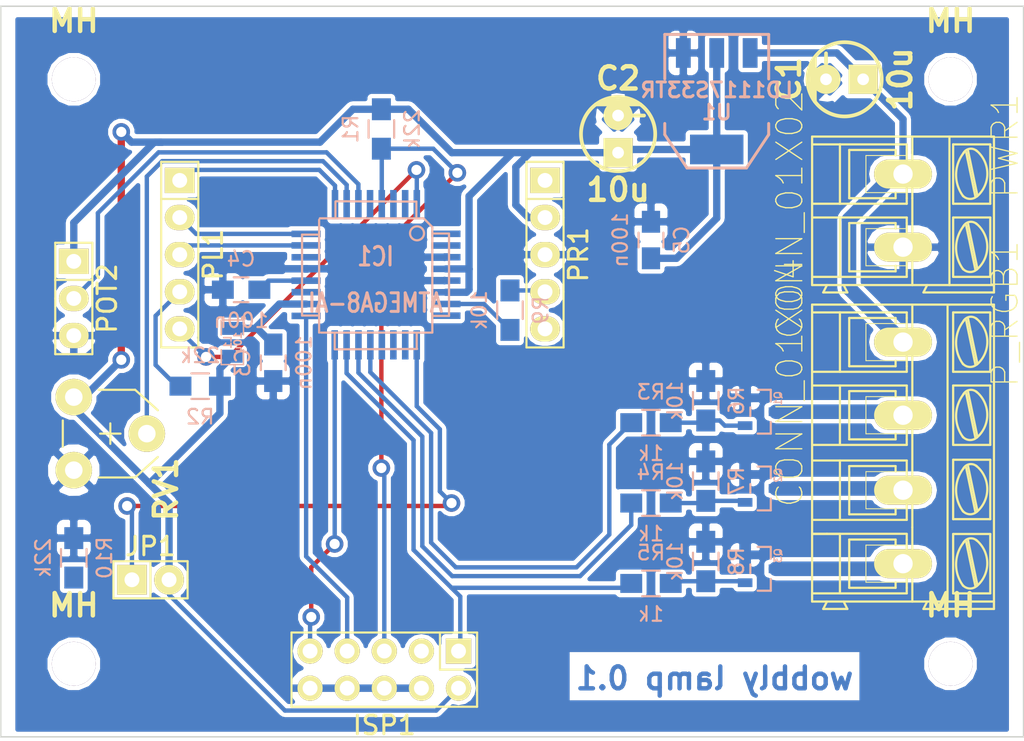
<source format=kicad_pcb>
(kicad_pcb (version 4) (host pcbnew "(2014-11-15 BZR 5288)-product")

  (general
    (links 70)
    (no_connects 1)
    (area 12.699999 12.949999 82.800001 63.050001)
    (thickness 1.6)
    (drawings 5)
    (tracks 176)
    (zones 0)
    (modules 33)
    (nets 42)
  )

  (page A4)
  (layers
    (0 F.Cu signal)
    (31 B.Cu signal)
    (32 B.Adhes user)
    (33 F.Adhes user)
    (34 B.Paste user)
    (35 F.Paste user)
    (36 B.SilkS user)
    (37 F.SilkS user)
    (38 B.Mask user)
    (39 F.Mask user)
    (40 Dwgs.User user)
    (41 Cmts.User user)
    (42 Eco1.User user)
    (43 Eco2.User user)
    (44 Edge.Cuts user)
    (45 Margin user)
    (46 B.CrtYd user)
    (47 F.CrtYd user)
    (48 B.Fab user)
    (49 F.Fab user)
  )

  (setup
    (last_trace_width 0.5)
    (user_trace_width 0.5)
    (user_trace_width 1)
    (trace_clearance 0.3)
    (zone_clearance 0.3)
    (zone_45_only no)
    (trace_min 0.3)
    (segment_width 0.2)
    (edge_width 0.1)
    (via_size 1.2)
    (via_drill 0.7)
    (via_min_size 1)
    (via_min_drill 0.7)
    (uvia_size 0.508)
    (uvia_drill 0.127)
    (uvias_allowed no)
    (uvia_min_size 0.508)
    (uvia_min_drill 0.127)
    (pcb_text_width 0.3)
    (pcb_text_size 1.5 1.5)
    (mod_edge_width 0.15)
    (mod_text_size 1 1)
    (mod_text_width 0.15)
    (pad_size 3.6576 2.032)
    (pad_drill 0)
    (pad_to_mask_clearance 0)
    (aux_axis_origin 0 0)
    (visible_elements FFFFFF7F)
    (pcbplotparams
      (layerselection 0x00000_80000000)
      (usegerberextensions false)
      (excludeedgelayer true)
      (linewidth 0.100000)
      (plotframeref false)
      (viasonmask false)
      (mode 1)
      (useauxorigin false)
      (hpglpennumber 1)
      (hpglpenspeed 20)
      (hpglpendiameter 15)
      (hpglpenoverlay 2)
      (psnegative false)
      (psa4output false)
      (plotreference true)
      (plotvalue true)
      (plotinvisibletext false)
      (padsonsilk false)
      (subtractmaskfromsilk false)
      (outputformat 4)
      (mirror false)
      (drillshape 1)
      (scaleselection 1)
      (outputdirectory ""))
  )

  (net 0 "")
  (net 1 +12V)
  (net 2 GND)
  (net 3 "Net-(C3-Pad1)")
  (net 4 0g)
  (net 5 gS)
  (net 6 RST)
  (net 7 Y)
  (net 8 MOSI)
  (net 9 MISO)
  (net 10 SCK)
  (net 11 X)
  (net 12 "Net-(IC1-Pad28)")
  (net 13 Z)
  (net 14 "Net-(IC1-Pad10)")
  (net 15 "Net-(IC1-Pad11)")
  (net 16 "Net-(IC1-Pad12)")
  (net 17 "Net-(ISP1-Pad3)")
  (net 18 red)
  (net 19 green)
  (net 20 blue)
  (net 21 "Net-(PL1-Pad4)")
  (net 22 "Net-(PR1-Pad5)")
  (net 23 "Net-(Q1-PadG)")
  (net 24 "Net-(Q2-PadG)")
  (net 25 "Net-(Q3-PadG)")
  (net 26 "Net-(IC1-Pad7)")
  (net 27 "Net-(IC1-Pad1)")
  (net 28 "Net-(IC1-Pad19)")
  (net 29 "Net-(IC1-Pad31)")
  (net 30 "Net-(IC1-Pad30)")
  (net 31 PWM_red)
  (net 32 PWM_green)
  (net 33 "Net-(IC1-Pad9)")
  (net 34 "Net-(IC1-Pad2)")
  (net 35 +3.3V)
  (net 36 "Net-(IC1-Pad8)")
  (net 37 "Net-(C4-Pad1)")
  (net 38 "Net-(PR1-Pad1)")
  (net 39 "Net-(IC1-Pad22)")
  (net 40 pot2)
  (net 41 pot1)

  (net_class Default "This is the default net class."
    (clearance 0.3)
    (trace_width 0.3)
    (via_dia 1.2)
    (via_drill 0.7)
    (uvia_dia 0.508)
    (uvia_drill 0.127)
    (add_net +12V)
    (add_net +3.3V)
    (add_net 0g)
    (add_net GND)
    (add_net MISO)
    (add_net MOSI)
    (add_net "Net-(C3-Pad1)")
    (add_net "Net-(C4-Pad1)")
    (add_net "Net-(IC1-Pad1)")
    (add_net "Net-(IC1-Pad10)")
    (add_net "Net-(IC1-Pad11)")
    (add_net "Net-(IC1-Pad12)")
    (add_net "Net-(IC1-Pad19)")
    (add_net "Net-(IC1-Pad2)")
    (add_net "Net-(IC1-Pad22)")
    (add_net "Net-(IC1-Pad28)")
    (add_net "Net-(IC1-Pad30)")
    (add_net "Net-(IC1-Pad31)")
    (add_net "Net-(IC1-Pad7)")
    (add_net "Net-(IC1-Pad8)")
    (add_net "Net-(IC1-Pad9)")
    (add_net "Net-(ISP1-Pad3)")
    (add_net "Net-(PL1-Pad4)")
    (add_net "Net-(PR1-Pad1)")
    (add_net "Net-(PR1-Pad5)")
    (add_net "Net-(Q1-PadG)")
    (add_net "Net-(Q2-PadG)")
    (add_net "Net-(Q3-PadG)")
    (add_net PWM_green)
    (add_net PWM_red)
    (add_net RST)
    (add_net SCK)
    (add_net X)
    (add_net Y)
    (add_net Z)
    (add_net blue)
    (add_net gS)
    (add_net green)
    (add_net pot1)
    (add_net pot2)
    (add_net red)
  )

  (module Capacitors_SMD:C_0805_HandSoldering (layer B.Cu) (tedit 541A9B8D) (tstamp 546FA6F2)
    (at 57.25 29 90)
    (descr "Capacitor SMD 0805, hand soldering")
    (tags "capacitor 0805")
    (path /546B7B39)
    (attr smd)
    (fp_text reference C5 (at 0 2.1 90) (layer B.SilkS)
      (effects (font (size 1 1) (thickness 0.15)) (justify mirror))
    )
    (fp_text value 100n (at 0 -2.1 90) (layer B.SilkS)
      (effects (font (size 1 1) (thickness 0.15)) (justify mirror))
    )
    (fp_line (start -2.3 1) (end 2.3 1) (layer B.CrtYd) (width 0.05))
    (fp_line (start -2.3 -1) (end 2.3 -1) (layer B.CrtYd) (width 0.05))
    (fp_line (start -2.3 1) (end -2.3 -1) (layer B.CrtYd) (width 0.05))
    (fp_line (start 2.3 1) (end 2.3 -1) (layer B.CrtYd) (width 0.05))
    (fp_line (start 0.5 0.85) (end -0.5 0.85) (layer B.SilkS) (width 0.15))
    (fp_line (start -0.5 -0.85) (end 0.5 -0.85) (layer B.SilkS) (width 0.15))
    (pad 1 smd rect (at -1.25 0 90) (size 1.5 1.25) (layers B.Cu B.Paste B.Mask)
      (net 35 +3.3V))
    (pad 2 smd rect (at 1.25 0 90) (size 1.5 1.25) (layers B.Cu B.Paste B.Mask)
      (net 2 GND))
    (model Capacitors_SMD/C_0805N.wrl
      (at (xyz 0 0 0))
      (scale (xyz 1 1 1))
      (rotate (xyz 0 0 0))
    )
  )

  (module SMD_Packages:TQFP-32 (layer B.Cu) (tedit 546FA5E6) (tstamp 5477CFE2)
    (at 38.4 31.4 180)
    (path /546FA741)
    (fp_text reference IC1 (at 0 1.27 180) (layer B.SilkS)
      (effects (font (size 1.27 1.016) (thickness 0.2032)) (justify mirror))
    )
    (fp_text value ATMEGA8-AI (at 0 -1.905 180) (layer B.SilkS)
      (effects (font (size 1.27 1.016) (thickness 0.2032)) (justify mirror))
    )
    (fp_line (start 5.0292 -2.7686) (end 3.8862 -2.7686) (layer B.SilkS) (width 0.1524))
    (fp_line (start 5.0292 2.7686) (end 3.9116 2.7686) (layer B.SilkS) (width 0.1524))
    (fp_line (start 5.0292 -2.7686) (end 5.0292 2.7686) (layer B.SilkS) (width 0.1524))
    (fp_line (start 2.794 -3.9624) (end 2.794 -5.0546) (layer B.SilkS) (width 0.1524))
    (fp_line (start -2.8194 -3.9878) (end -2.8194 -5.0546) (layer B.SilkS) (width 0.1524))
    (fp_line (start -2.8448 -5.0546) (end 2.794 -5.08) (layer B.SilkS) (width 0.1524))
    (fp_line (start -2.794 5.0292) (end 2.7178 5.0546) (layer B.SilkS) (width 0.1524))
    (fp_line (start -3.8862 3.2766) (end -3.8862 -3.9116) (layer B.SilkS) (width 0.1524))
    (fp_line (start 2.7432 5.0292) (end 2.7432 3.9878) (layer B.SilkS) (width 0.1524))
    (fp_line (start -3.2512 3.8862) (end 3.81 3.8862) (layer B.SilkS) (width 0.1524))
    (fp_line (start 3.8608 -3.937) (end 3.8608 3.7846) (layer B.SilkS) (width 0.1524))
    (fp_line (start -3.8862 -3.937) (end 3.7338 -3.937) (layer B.SilkS) (width 0.1524))
    (fp_line (start -5.0292 2.8448) (end -5.0292 -2.794) (layer B.SilkS) (width 0.1524))
    (fp_line (start -5.0292 -2.794) (end -3.8862 -2.794) (layer B.SilkS) (width 0.1524))
    (fp_line (start -3.87604 3.302) (end -3.29184 3.8862) (layer B.SilkS) (width 0.1524))
    (fp_line (start -5.02412 2.8448) (end -3.87604 2.8448) (layer B.SilkS) (width 0.1524))
    (fp_line (start -2.794 3.8862) (end -2.794 5.03428) (layer B.SilkS) (width 0.1524))
    (fp_circle (center -2.83972 2.86004) (end -2.43332 2.60604) (layer B.SilkS) (width 0.1524))
    (pad 8 smd rect (at -4.81584 -2.77622 180) (size 1.99898 0.44958) (layers B.Cu B.Paste B.Mask)
      (net 36 "Net-(IC1-Pad8)"))
    (pad 7 smd rect (at -4.81584 -1.97612 180) (size 1.99898 0.44958) (layers B.Cu B.Paste B.Mask)
      (net 26 "Net-(IC1-Pad7)"))
    (pad 6 smd rect (at -4.81584 -1.17602 180) (size 1.99898 0.44958) (layers B.Cu B.Paste B.Mask)
      (net 35 +3.3V))
    (pad 5 smd rect (at -4.81584 -0.37592 180) (size 1.99898 0.44958) (layers B.Cu B.Paste B.Mask)
      (net 2 GND))
    (pad 4 smd rect (at -4.81584 0.42418 180) (size 1.99898 0.44958) (layers B.Cu B.Paste B.Mask)
      (net 35 +3.3V))
    (pad 3 smd rect (at -4.81584 1.22428 180) (size 1.99898 0.44958) (layers B.Cu B.Paste B.Mask)
      (net 2 GND))
    (pad 2 smd rect (at -4.81584 2.02438 180) (size 1.99898 0.44958) (layers B.Cu B.Paste B.Mask)
      (net 34 "Net-(IC1-Pad2)"))
    (pad 1 smd rect (at -4.81584 2.82448 180) (size 1.99898 0.44958) (layers B.Cu B.Paste B.Mask)
      (net 27 "Net-(IC1-Pad1)"))
    (pad 24 smd rect (at 4.7498 2.8194 180) (size 1.99898 0.44958) (layers B.Cu B.Paste B.Mask)
      (net 7 Y))
    (pad 17 smd rect (at 4.7498 -2.794 180) (size 1.99898 0.44958) (layers B.Cu B.Paste B.Mask)
      (net 10 SCK))
    (pad 18 smd rect (at 4.7498 -1.9812 180) (size 1.99898 0.44958) (layers B.Cu B.Paste B.Mask)
      (net 3 "Net-(C3-Pad1)"))
    (pad 19 smd rect (at 4.7498 -1.1684 180) (size 1.99898 0.44958) (layers B.Cu B.Paste B.Mask)
      (net 28 "Net-(IC1-Pad19)"))
    (pad 20 smd rect (at 4.7498 -0.381 180) (size 1.99898 0.44958) (layers B.Cu B.Paste B.Mask)
      (net 37 "Net-(C4-Pad1)"))
    (pad 21 smd rect (at 4.7498 0.4318 180) (size 1.99898 0.44958) (layers B.Cu B.Paste B.Mask)
      (net 2 GND))
    (pad 22 smd rect (at 4.7498 1.2192 180) (size 1.99898 0.44958) (layers B.Cu B.Paste B.Mask)
      (net 39 "Net-(IC1-Pad22)"))
    (pad 23 smd rect (at 4.7498 2.032 180) (size 1.99898 0.44958) (layers B.Cu B.Paste B.Mask)
      (net 13 Z))
    (pad 32 smd rect (at -2.82448 4.826 180) (size 0.44958 1.99898) (layers B.Cu B.Paste B.Mask)
      (net 4 0g))
    (pad 31 smd rect (at -2.02692 4.826 180) (size 0.44958 1.99898) (layers B.Cu B.Paste B.Mask)
      (net 29 "Net-(IC1-Pad31)"))
    (pad 30 smd rect (at -1.22428 4.826 180) (size 0.44958 1.99898) (layers B.Cu B.Paste B.Mask)
      (net 30 "Net-(IC1-Pad30)"))
    (pad 29 smd rect (at -0.42672 4.826 180) (size 0.44958 1.99898) (layers B.Cu B.Paste B.Mask)
      (net 6 RST))
    (pad 28 smd rect (at 0.37592 4.826 180) (size 0.44958 1.99898) (layers B.Cu B.Paste B.Mask)
      (net 12 "Net-(IC1-Pad28)"))
    (pad 27 smd rect (at 1.17348 4.826 180) (size 0.44958 1.99898) (layers B.Cu B.Paste B.Mask)
      (net 40 pot2))
    (pad 26 smd rect (at 1.97612 4.826 180) (size 0.44958 1.99898) (layers B.Cu B.Paste B.Mask)
      (net 41 pot1))
    (pad 25 smd rect (at 2.77368 4.826 180) (size 0.44958 1.99898) (layers B.Cu B.Paste B.Mask)
      (net 11 X))
    (pad 9 smd rect (at -2.8194 -4.7752 180) (size 0.44958 1.99898) (layers B.Cu B.Paste B.Mask)
      (net 33 "Net-(IC1-Pad9)"))
    (pad 10 smd rect (at -2.032 -4.7752 180) (size 0.44958 1.99898) (layers B.Cu B.Paste B.Mask)
      (net 14 "Net-(IC1-Pad10)"))
    (pad 11 smd rect (at -1.2192 -4.7752 180) (size 0.44958 1.99898) (layers B.Cu B.Paste B.Mask)
      (net 15 "Net-(IC1-Pad11)"))
    (pad 12 smd rect (at -0.4318 -4.7752 180) (size 0.44958 1.99898) (layers B.Cu B.Paste B.Mask)
      (net 16 "Net-(IC1-Pad12)"))
    (pad 13 smd rect (at 0.3556 -4.7752 180) (size 0.44958 1.99898) (layers B.Cu B.Paste B.Mask)
      (net 31 PWM_red))
    (pad 14 smd rect (at 1.1684 -4.7752 180) (size 0.44958 1.99898) (layers B.Cu B.Paste B.Mask)
      (net 32 PWM_green))
    (pad 15 smd rect (at 1.9812 -4.7752 180) (size 0.44958 1.99898) (layers B.Cu B.Paste B.Mask)
      (net 8 MOSI))
    (pad 16 smd rect (at 2.794 -4.7752 180) (size 0.44958 1.99898) (layers B.Cu B.Paste B.Mask)
      (net 9 MISO))
    (model smd/tqfp32.wrl
      (at (xyz 0 0 0))
      (scale (xyz 1 1 1))
      (rotate (xyz 0 0 0))
    )
  )

  (module Pin_Headers:Pin_Header_Straight_2x05 (layer F.Cu) (tedit 546FA5E6) (tstamp 546FA724)
    (at 39 58.4 180)
    (descr "Through hole pin header")
    (tags "pin header")
    (path /546B807E)
    (fp_text reference ISP1 (at 0 -3.81 180) (layer F.SilkS)
      (effects (font (size 1.27 1.27) (thickness 0.2032)))
    )
    (fp_text value IDC10 (at 0 0 180) (layer F.SilkS) hide
      (effects (font (size 1.27 1.27) (thickness 0.2032)))
    )
    (fp_line (start -6.35 -2.54) (end 6.35 -2.54) (layer F.SilkS) (width 0.15))
    (fp_line (start 6.35 -2.54) (end 6.35 2.54) (layer F.SilkS) (width 0.15))
    (fp_line (start 6.35 2.54) (end -3.81 2.54) (layer F.SilkS) (width 0.15))
    (fp_line (start -6.35 -2.54) (end -6.35 0) (layer F.SilkS) (width 0.15))
    (fp_line (start -6.35 2.54) (end -3.81 2.54) (layer F.SilkS) (width 0.15))
    (fp_line (start -6.35 0) (end -3.81 0) (layer F.SilkS) (width 0.15))
    (fp_line (start -3.81 0) (end -3.81 2.54) (layer F.SilkS) (width 0.15))
    (fp_line (start -6.35 2.54) (end -6.35 0) (layer F.SilkS) (width 0.15))
    (pad 1 thru_hole rect (at -5.08 1.27 180) (size 1.7272 1.7272) (drill 1.016) (layers *.Cu *.Mask F.SilkS)
      (net 8 MOSI))
    (pad 2 thru_hole oval (at -5.08 -1.27 180) (size 1.7272 1.7272) (drill 1.016) (layers *.Cu *.Mask F.SilkS)
      (net 35 +3.3V))
    (pad 3 thru_hole oval (at -2.54 1.27 180) (size 1.7272 1.7272) (drill 1.016) (layers *.Cu *.Mask F.SilkS)
      (net 17 "Net-(ISP1-Pad3)"))
    (pad 4 thru_hole oval (at -2.54 -1.27 180) (size 1.7272 1.7272) (drill 1.016) (layers *.Cu *.Mask F.SilkS)
      (net 2 GND))
    (pad 5 thru_hole oval (at 0 1.27 180) (size 1.7272 1.7272) (drill 1.016) (layers *.Cu *.Mask F.SilkS)
      (net 6 RST))
    (pad 6 thru_hole oval (at 0 -1.27 180) (size 1.7272 1.7272) (drill 1.016) (layers *.Cu *.Mask F.SilkS)
      (net 2 GND))
    (pad 7 thru_hole oval (at 2.54 1.27 180) (size 1.7272 1.7272) (drill 1.016) (layers *.Cu *.Mask F.SilkS)
      (net 10 SCK))
    (pad 8 thru_hole oval (at 2.54 -1.27 180) (size 1.7272 1.7272) (drill 1.016) (layers *.Cu *.Mask F.SilkS)
      (net 2 GND))
    (pad 9 thru_hole oval (at 5.08 1.27 180) (size 1.7272 1.7272) (drill 1.016) (layers *.Cu *.Mask F.SilkS)
      (net 9 MISO))
    (pad 10 thru_hole oval (at 5.08 -1.27 180) (size 1.7272 1.7272) (drill 1.016) (layers *.Cu *.Mask F.SilkS)
      (net 2 GND))
    (model Pin_Headers/Pin_Header_Straight_2x05.wrl
      (at (xyz 0 0 0))
      (scale (xyz 1 1 1))
      (rotate (xyz 0 0 0))
    )
  )

  (module Pin_Headers:Pin_Header_Straight_1x05 (layer F.Cu) (tedit 546FA5E6) (tstamp 5477CDAC)
    (at 25 30 270)
    (descr "Through hole pin header")
    (tags "pin header")
    (path /546B89E7)
    (fp_text reference PL1 (at 0 -2.286 270) (layer F.SilkS)
      (effects (font (size 1.27 1.27) (thickness 0.2032)))
    )
    (fp_text value PIN_5 (at 0 0 270) (layer F.SilkS) hide
      (effects (font (size 1.27 1.27) (thickness 0.2032)))
    )
    (fp_line (start -3.81 -1.27) (end 6.35 -1.27) (layer F.SilkS) (width 0.15))
    (fp_line (start 6.35 -1.27) (end 6.35 1.27) (layer F.SilkS) (width 0.15))
    (fp_line (start 6.35 1.27) (end -3.81 1.27) (layer F.SilkS) (width 0.15))
    (fp_line (start -6.35 -1.27) (end -3.81 -1.27) (layer F.SilkS) (width 0.15))
    (fp_line (start -3.81 -1.27) (end -3.81 1.27) (layer F.SilkS) (width 0.15))
    (fp_line (start -6.35 -1.27) (end -6.35 1.27) (layer F.SilkS) (width 0.15))
    (fp_line (start -6.35 1.27) (end -3.81 1.27) (layer F.SilkS) (width 0.15))
    (pad 1 thru_hole rect (at -5.08 0 270) (size 1.7272 2.032) (drill 1.016) (layers *.Cu *.Mask F.SilkS)
      (net 11 X))
    (pad 2 thru_hole oval (at -2.54 0 270) (size 1.7272 2.032) (drill 1.016) (layers *.Cu *.Mask F.SilkS)
      (net 7 Y))
    (pad 3 thru_hole oval (at 0 0 270) (size 1.7272 2.032) (drill 1.016) (layers *.Cu *.Mask F.SilkS)
      (net 13 Z))
    (pad 4 thru_hole oval (at 2.54 0 270) (size 1.7272 2.032) (drill 1.016) (layers *.Cu *.Mask F.SilkS)
      (net 21 "Net-(PL1-Pad4)"))
    (pad 5 thru_hole oval (at 5.08 0 270) (size 1.7272 2.032) (drill 1.016) (layers *.Cu *.Mask F.SilkS)
      (net 4 0g))
    (model Pin_Headers/Pin_Header_Straight_1x05.wrl
      (at (xyz 0 0 0))
      (scale (xyz 1 1 1))
      (rotate (xyz 0 0 0))
    )
  )

  (module Pin_Headers:Pin_Header_Straight_1x05 (layer F.Cu) (tedit 546FA5E6) (tstamp 546FA744)
    (at 50 30 270)
    (descr "Through hole pin header")
    (tags "pin header")
    (path /546B8A20)
    (fp_text reference PR1 (at 0 -2.286 270) (layer F.SilkS)
      (effects (font (size 1.27 1.27) (thickness 0.2032)))
    )
    (fp_text value PIN_5 (at 0 0 270) (layer F.SilkS) hide
      (effects (font (size 1.27 1.27) (thickness 0.2032)))
    )
    (fp_line (start -3.81 -1.27) (end 6.35 -1.27) (layer F.SilkS) (width 0.15))
    (fp_line (start 6.35 -1.27) (end 6.35 1.27) (layer F.SilkS) (width 0.15))
    (fp_line (start 6.35 1.27) (end -3.81 1.27) (layer F.SilkS) (width 0.15))
    (fp_line (start -6.35 -1.27) (end -3.81 -1.27) (layer F.SilkS) (width 0.15))
    (fp_line (start -3.81 -1.27) (end -3.81 1.27) (layer F.SilkS) (width 0.15))
    (fp_line (start -6.35 -1.27) (end -6.35 1.27) (layer F.SilkS) (width 0.15))
    (fp_line (start -6.35 1.27) (end -3.81 1.27) (layer F.SilkS) (width 0.15))
    (pad 1 thru_hole rect (at -5.08 0 270) (size 1.7272 2.032) (drill 1.016) (layers *.Cu *.Mask F.SilkS)
      (net 38 "Net-(PR1-Pad1)"))
    (pad 2 thru_hole oval (at -2.54 0 270) (size 1.7272 2.032) (drill 1.016) (layers *.Cu *.Mask F.SilkS)
      (net 35 +3.3V))
    (pad 3 thru_hole oval (at 0 0 270) (size 1.7272 2.032) (drill 1.016) (layers *.Cu *.Mask F.SilkS)
      (net 2 GND))
    (pad 4 thru_hole oval (at 2.54 0 270) (size 1.7272 2.032) (drill 1.016) (layers *.Cu *.Mask F.SilkS)
      (net 5 gS))
    (pad 5 thru_hole oval (at 5.08 0 270) (size 1.7272 2.032) (drill 1.016) (layers *.Cu *.Mask F.SilkS)
      (net 22 "Net-(PR1-Pad5)"))
    (model Pin_Headers/Pin_Header_Straight_1x05.wrl
      (at (xyz 0 0 0))
      (scale (xyz 1 1 1))
      (rotate (xyz 0 0 0))
    )
  )

  (module Local:sot23 (layer B.Cu) (tedit 546FE740) (tstamp 546FA751)
    (at 64.75 40.75 90)
    (descr SOT23)
    (path /546B9812)
    (attr smd)
    (fp_text reference Q1 (at 0.9 1.2 90) (layer B.SilkS)
      (effects (font (size 0.50038 0.50038) (thickness 0.09906)) (justify mirror))
    )
    (fp_text value IRLML0030TRPbF (at 0 -2.3 90) (layer B.SilkS) hide
      (effects (font (size 0.50038 0.50038) (thickness 0.09906)) (justify mirror))
    )
    (fp_line (start -1.5 -0.2) (end -1.5 0.7) (layer B.SilkS) (width 0.15))
    (fp_line (start -1.5 0.7) (end -0.7 0.7) (layer B.SilkS) (width 0.15))
    (fp_line (start 1.5 -0.2) (end 1.5 0.7) (layer B.SilkS) (width 0.15))
    (fp_line (start 1.5 0.7) (end 0.7 0.7) (layer B.SilkS) (width 0.15))
    (fp_line (start 0.3 -0.7) (end -0.3 -0.7) (layer B.SilkS) (width 0.15))
    (pad G smd rect (at -0.9525 -1.05664 90) (size 0.59944 1.00076) (layers B.Cu B.Paste B.Mask)
      (net 23 "Net-(Q1-PadG)"))
    (pad D smd rect (at 0 1.05664 90) (size 0.59944 1.00076) (layers B.Cu B.Paste B.Mask)
      (net 18 red))
    (pad S smd rect (at 0.9525 -1.05664 90) (size 0.59944 1.00076) (layers B.Cu B.Paste B.Mask)
      (net 2 GND) (thermal_width 2))
    (model smd/smd_transistors/sot23.wrl
      (at (xyz 0 0 0))
      (scale (xyz 1 1 1))
      (rotate (xyz 0 0 0))
    )
  )

  (module Local:sot23 (layer B.Cu) (tedit 546FE74C) (tstamp 546FA758)
    (at 64.75 46 90)
    (descr SOT23)
    (path /546B9A81)
    (attr smd)
    (fp_text reference Q2 (at 0.9 1.2 90) (layer B.SilkS)
      (effects (font (size 0.50038 0.50038) (thickness 0.09906)) (justify mirror))
    )
    (fp_text value IRLML0030TRPbF (at 0 -2.3 90) (layer B.SilkS) hide
      (effects (font (size 0.50038 0.50038) (thickness 0.09906)) (justify mirror))
    )
    (fp_line (start -1.5 -0.2) (end -1.5 0.7) (layer B.SilkS) (width 0.15))
    (fp_line (start -1.5 0.7) (end -0.7 0.7) (layer B.SilkS) (width 0.15))
    (fp_line (start 1.5 -0.2) (end 1.5 0.7) (layer B.SilkS) (width 0.15))
    (fp_line (start 1.5 0.7) (end 0.7 0.7) (layer B.SilkS) (width 0.15))
    (fp_line (start 0.3 -0.7) (end -0.3 -0.7) (layer B.SilkS) (width 0.15))
    (pad G smd rect (at -0.9525 -1.05664 90) (size 0.59944 1.00076) (layers B.Cu B.Paste B.Mask)
      (net 24 "Net-(Q2-PadG)"))
    (pad D smd rect (at 0 1.05664 90) (size 0.59944 1.00076) (layers B.Cu B.Paste B.Mask)
      (net 19 green))
    (pad S smd rect (at 0.9525 -1.05664 90) (size 0.59944 1.00076) (layers B.Cu B.Paste B.Mask)
      (net 2 GND) (thermal_width 2))
    (model smd/smd_transistors/sot23.wrl
      (at (xyz 0 0 0))
      (scale (xyz 1 1 1))
      (rotate (xyz 0 0 0))
    )
  )

  (module Local:sot23 (layer B.Cu) (tedit 546FE756) (tstamp 546FA75F)
    (at 64.75 51.5 90)
    (descr SOT23)
    (path /546B9D28)
    (attr smd)
    (fp_text reference Q3 (at 0.9 1.2 90) (layer B.SilkS)
      (effects (font (size 0.50038 0.50038) (thickness 0.09906)) (justify mirror))
    )
    (fp_text value IRLML0030TRPbF (at 0 -2.3 90) (layer B.SilkS) hide
      (effects (font (size 0.50038 0.50038) (thickness 0.09906)) (justify mirror))
    )
    (fp_line (start -1.5 -0.2) (end -1.5 0.7) (layer B.SilkS) (width 0.15))
    (fp_line (start -1.5 0.7) (end -0.7 0.7) (layer B.SilkS) (width 0.15))
    (fp_line (start 1.5 -0.2) (end 1.5 0.7) (layer B.SilkS) (width 0.15))
    (fp_line (start 1.5 0.7) (end 0.7 0.7) (layer B.SilkS) (width 0.15))
    (fp_line (start 0.3 -0.7) (end -0.3 -0.7) (layer B.SilkS) (width 0.15))
    (pad G smd rect (at -0.9525 -1.05664 90) (size 0.59944 1.00076) (layers B.Cu B.Paste B.Mask)
      (net 25 "Net-(Q3-PadG)"))
    (pad D smd rect (at 0 1.05664 90) (size 0.59944 1.00076) (layers B.Cu B.Paste B.Mask)
      (net 20 blue))
    (pad S smd rect (at 0.9525 -1.05664 90) (size 0.59944 1.00076) (layers B.Cu B.Paste B.Mask)
      (net 2 GND) (thermal_width 2))
    (model smd/smd_transistors/sot23.wrl
      (at (xyz 0 0 0))
      (scale (xyz 1 1 1))
      (rotate (xyz 0 0 0))
    )
  )

  (module Resistors_SMD:R_0805_HandSoldering (layer B.Cu) (tedit 54189DEE) (tstamp 546FA765)
    (at 38.8 21.4 270)
    (descr "Resistor SMD 0805, hand soldering")
    (tags "resistor 0805")
    (path /546B7E92)
    (attr smd)
    (fp_text reference R1 (at 0 2.1 270) (layer B.SilkS)
      (effects (font (size 1 1) (thickness 0.15)) (justify mirror))
    )
    (fp_text value 22k (at 0 -2.1 270) (layer B.SilkS)
      (effects (font (size 1 1) (thickness 0.15)) (justify mirror))
    )
    (fp_line (start -2.4 1) (end 2.4 1) (layer B.CrtYd) (width 0.05))
    (fp_line (start -2.4 -1) (end 2.4 -1) (layer B.CrtYd) (width 0.05))
    (fp_line (start -2.4 1) (end -2.4 -1) (layer B.CrtYd) (width 0.05))
    (fp_line (start 2.4 1) (end 2.4 -1) (layer B.CrtYd) (width 0.05))
    (fp_line (start 0.6 -0.875) (end -0.6 -0.875) (layer B.SilkS) (width 0.15))
    (fp_line (start -0.6 0.875) (end 0.6 0.875) (layer B.SilkS) (width 0.15))
    (pad 1 smd rect (at -1.35 0 270) (size 1.5 1.3) (layers B.Cu B.Paste B.Mask)
      (net 35 +3.3V))
    (pad 2 smd rect (at 1.35 0 270) (size 1.5 1.3) (layers B.Cu B.Paste B.Mask)
      (net 6 RST))
    (model Resistors_SMD/R_0805.wrl
      (at (xyz 0 0 0))
      (scale (xyz 1 1 1))
      (rotate (xyz 0 0 0))
    )
  )

  (module Resistors_SMD:R_0805_HandSoldering (layer B.Cu) (tedit 54189DEE) (tstamp 546FA76B)
    (at 26.4 39)
    (descr "Resistor SMD 0805, hand soldering")
    (tags "resistor 0805")
    (path /546B8EDE)
    (attr smd)
    (fp_text reference R2 (at 0 2.1) (layer B.SilkS)
      (effects (font (size 1 1) (thickness 0.15)) (justify mirror))
    )
    (fp_text value 22k (at 0 -2.1) (layer B.SilkS)
      (effects (font (size 1 1) (thickness 0.15)) (justify mirror))
    )
    (fp_line (start -2.4 1) (end 2.4 1) (layer B.CrtYd) (width 0.05))
    (fp_line (start -2.4 -1) (end 2.4 -1) (layer B.CrtYd) (width 0.05))
    (fp_line (start -2.4 1) (end -2.4 -1) (layer B.CrtYd) (width 0.05))
    (fp_line (start 2.4 1) (end 2.4 -1) (layer B.CrtYd) (width 0.05))
    (fp_line (start 0.6 -0.875) (end -0.6 -0.875) (layer B.SilkS) (width 0.15))
    (fp_line (start -0.6 0.875) (end 0.6 0.875) (layer B.SilkS) (width 0.15))
    (pad 1 smd rect (at -1.35 0) (size 1.5 1.3) (layers B.Cu B.Paste B.Mask)
      (net 21 "Net-(PL1-Pad4)"))
    (pad 2 smd rect (at 1.35 0) (size 1.5 1.3) (layers B.Cu B.Paste B.Mask)
      (net 35 +3.3V))
    (model Resistors_SMD/R_0805.wrl
      (at (xyz 0 0 0))
      (scale (xyz 1 1 1))
      (rotate (xyz 0 0 0))
    )
  )

  (module Resistors_SMD:R_0805_HandSoldering (layer B.Cu) (tedit 54189DEE) (tstamp 5474B8DC)
    (at 57.25 41.5 180)
    (descr "Resistor SMD 0805, hand soldering")
    (tags "resistor 0805")
    (path /546BA21E)
    (attr smd)
    (fp_text reference R3 (at 0 2.1 180) (layer B.SilkS)
      (effects (font (size 1 1) (thickness 0.15)) (justify mirror))
    )
    (fp_text value 1k (at 0 -2.1 180) (layer B.SilkS)
      (effects (font (size 1 1) (thickness 0.15)) (justify mirror))
    )
    (fp_line (start -2.4 1) (end 2.4 1) (layer B.CrtYd) (width 0.05))
    (fp_line (start -2.4 -1) (end 2.4 -1) (layer B.CrtYd) (width 0.05))
    (fp_line (start -2.4 1) (end -2.4 -1) (layer B.CrtYd) (width 0.05))
    (fp_line (start 2.4 1) (end 2.4 -1) (layer B.CrtYd) (width 0.05))
    (fp_line (start 0.6 -0.875) (end -0.6 -0.875) (layer B.SilkS) (width 0.15))
    (fp_line (start -0.6 0.875) (end 0.6 0.875) (layer B.SilkS) (width 0.15))
    (pad 1 smd rect (at -1.35 0 180) (size 1.5 1.3) (layers B.Cu B.Paste B.Mask)
      (net 23 "Net-(Q1-PadG)"))
    (pad 2 smd rect (at 1.35 0 180) (size 1.5 1.3) (layers B.Cu B.Paste B.Mask)
      (net 31 PWM_red))
    (model Resistors_SMD/R_0805.wrl
      (at (xyz 0 0 0))
      (scale (xyz 1 1 1))
      (rotate (xyz 0 0 0))
    )
  )

  (module Resistors_SMD:R_0805_HandSoldering (layer B.Cu) (tedit 54189DEE) (tstamp 546FA777)
    (at 57.25 47 180)
    (descr "Resistor SMD 0805, hand soldering")
    (tags "resistor 0805")
    (path /546BA358)
    (attr smd)
    (fp_text reference R4 (at 0 2.1 180) (layer B.SilkS)
      (effects (font (size 1 1) (thickness 0.15)) (justify mirror))
    )
    (fp_text value 1k (at 0 -2.1 180) (layer B.SilkS)
      (effects (font (size 1 1) (thickness 0.15)) (justify mirror))
    )
    (fp_line (start -2.4 1) (end 2.4 1) (layer B.CrtYd) (width 0.05))
    (fp_line (start -2.4 -1) (end 2.4 -1) (layer B.CrtYd) (width 0.05))
    (fp_line (start -2.4 1) (end -2.4 -1) (layer B.CrtYd) (width 0.05))
    (fp_line (start 2.4 1) (end 2.4 -1) (layer B.CrtYd) (width 0.05))
    (fp_line (start 0.6 -0.875) (end -0.6 -0.875) (layer B.SilkS) (width 0.15))
    (fp_line (start -0.6 0.875) (end 0.6 0.875) (layer B.SilkS) (width 0.15))
    (pad 1 smd rect (at -1.35 0 180) (size 1.5 1.3) (layers B.Cu B.Paste B.Mask)
      (net 24 "Net-(Q2-PadG)"))
    (pad 2 smd rect (at 1.35 0 180) (size 1.5 1.3) (layers B.Cu B.Paste B.Mask)
      (net 32 PWM_green))
    (model Resistors_SMD/R_0805.wrl
      (at (xyz 0 0 0))
      (scale (xyz 1 1 1))
      (rotate (xyz 0 0 0))
    )
  )

  (module Resistors_SMD:R_0805_HandSoldering (layer B.Cu) (tedit 54189DEE) (tstamp 546FA77D)
    (at 57.25 52.5 180)
    (descr "Resistor SMD 0805, hand soldering")
    (tags "resistor 0805")
    (path /546BA39E)
    (attr smd)
    (fp_text reference R5 (at 0 2.1 180) (layer B.SilkS)
      (effects (font (size 1 1) (thickness 0.15)) (justify mirror))
    )
    (fp_text value 1k (at 0 -2.1 180) (layer B.SilkS)
      (effects (font (size 1 1) (thickness 0.15)) (justify mirror))
    )
    (fp_line (start -2.4 1) (end 2.4 1) (layer B.CrtYd) (width 0.05))
    (fp_line (start -2.4 -1) (end 2.4 -1) (layer B.CrtYd) (width 0.05))
    (fp_line (start -2.4 1) (end -2.4 -1) (layer B.CrtYd) (width 0.05))
    (fp_line (start 2.4 1) (end 2.4 -1) (layer B.CrtYd) (width 0.05))
    (fp_line (start 0.6 -0.875) (end -0.6 -0.875) (layer B.SilkS) (width 0.15))
    (fp_line (start -0.6 0.875) (end 0.6 0.875) (layer B.SilkS) (width 0.15))
    (pad 1 smd rect (at -1.35 0 180) (size 1.5 1.3) (layers B.Cu B.Paste B.Mask)
      (net 25 "Net-(Q3-PadG)"))
    (pad 2 smd rect (at 1.35 0 180) (size 1.5 1.3) (layers B.Cu B.Paste B.Mask)
      (net 8 MOSI))
    (model Resistors_SMD/R_0805.wrl
      (at (xyz 0 0 0))
      (scale (xyz 1 1 1))
      (rotate (xyz 0 0 0))
    )
  )

  (module Resistors_SMD:R_0805_HandSoldering (layer B.Cu) (tedit 54189DEE) (tstamp 546FA783)
    (at 61 40 90)
    (descr "Resistor SMD 0805, hand soldering")
    (tags "resistor 0805")
    (path /546BCC52)
    (attr smd)
    (fp_text reference R6 (at 0 2.1 90) (layer B.SilkS)
      (effects (font (size 1 1) (thickness 0.15)) (justify mirror))
    )
    (fp_text value 10k (at 0 -2.1 90) (layer B.SilkS)
      (effects (font (size 1 1) (thickness 0.15)) (justify mirror))
    )
    (fp_line (start -2.4 1) (end 2.4 1) (layer B.CrtYd) (width 0.05))
    (fp_line (start -2.4 -1) (end 2.4 -1) (layer B.CrtYd) (width 0.05))
    (fp_line (start -2.4 1) (end -2.4 -1) (layer B.CrtYd) (width 0.05))
    (fp_line (start 2.4 1) (end 2.4 -1) (layer B.CrtYd) (width 0.05))
    (fp_line (start 0.6 -0.875) (end -0.6 -0.875) (layer B.SilkS) (width 0.15))
    (fp_line (start -0.6 0.875) (end 0.6 0.875) (layer B.SilkS) (width 0.15))
    (pad 1 smd rect (at -1.35 0 90) (size 1.5 1.3) (layers B.Cu B.Paste B.Mask)
      (net 23 "Net-(Q1-PadG)"))
    (pad 2 smd rect (at 1.35 0 90) (size 1.5 1.3) (layers B.Cu B.Paste B.Mask)
      (net 2 GND))
    (model Resistors_SMD/R_0805.wrl
      (at (xyz 0 0 0))
      (scale (xyz 1 1 1))
      (rotate (xyz 0 0 0))
    )
  )

  (module Resistors_SMD:R_0805_HandSoldering (layer B.Cu) (tedit 54189DEE) (tstamp 546FA789)
    (at 61 45.5 90)
    (descr "Resistor SMD 0805, hand soldering")
    (tags "resistor 0805")
    (path /546BCD9C)
    (attr smd)
    (fp_text reference R7 (at 0 2.1 90) (layer B.SilkS)
      (effects (font (size 1 1) (thickness 0.15)) (justify mirror))
    )
    (fp_text value 10k (at 0 -2.1 90) (layer B.SilkS)
      (effects (font (size 1 1) (thickness 0.15)) (justify mirror))
    )
    (fp_line (start -2.4 1) (end 2.4 1) (layer B.CrtYd) (width 0.05))
    (fp_line (start -2.4 -1) (end 2.4 -1) (layer B.CrtYd) (width 0.05))
    (fp_line (start -2.4 1) (end -2.4 -1) (layer B.CrtYd) (width 0.05))
    (fp_line (start 2.4 1) (end 2.4 -1) (layer B.CrtYd) (width 0.05))
    (fp_line (start 0.6 -0.875) (end -0.6 -0.875) (layer B.SilkS) (width 0.15))
    (fp_line (start -0.6 0.875) (end 0.6 0.875) (layer B.SilkS) (width 0.15))
    (pad 1 smd rect (at -1.35 0 90) (size 1.5 1.3) (layers B.Cu B.Paste B.Mask)
      (net 24 "Net-(Q2-PadG)"))
    (pad 2 smd rect (at 1.35 0 90) (size 1.5 1.3) (layers B.Cu B.Paste B.Mask)
      (net 2 GND))
    (model Resistors_SMD/R_0805.wrl
      (at (xyz 0 0 0))
      (scale (xyz 1 1 1))
      (rotate (xyz 0 0 0))
    )
  )

  (module Resistors_SMD:R_0805_HandSoldering (layer B.Cu) (tedit 54189DEE) (tstamp 546FA78F)
    (at 61 51 90)
    (descr "Resistor SMD 0805, hand soldering")
    (tags "resistor 0805")
    (path /546BCDE5)
    (attr smd)
    (fp_text reference R8 (at 0 2.1 90) (layer B.SilkS)
      (effects (font (size 1 1) (thickness 0.15)) (justify mirror))
    )
    (fp_text value 10k (at 0 -2.1 90) (layer B.SilkS)
      (effects (font (size 1 1) (thickness 0.15)) (justify mirror))
    )
    (fp_line (start -2.4 1) (end 2.4 1) (layer B.CrtYd) (width 0.05))
    (fp_line (start -2.4 -1) (end 2.4 -1) (layer B.CrtYd) (width 0.05))
    (fp_line (start -2.4 1) (end -2.4 -1) (layer B.CrtYd) (width 0.05))
    (fp_line (start 2.4 1) (end 2.4 -1) (layer B.CrtYd) (width 0.05))
    (fp_line (start 0.6 -0.875) (end -0.6 -0.875) (layer B.SilkS) (width 0.15))
    (fp_line (start -0.6 0.875) (end 0.6 0.875) (layer B.SilkS) (width 0.15))
    (pad 1 smd rect (at -1.35 0 90) (size 1.5 1.3) (layers B.Cu B.Paste B.Mask)
      (net 25 "Net-(Q3-PadG)"))
    (pad 2 smd rect (at 1.35 0 90) (size 1.5 1.3) (layers B.Cu B.Paste B.Mask)
      (net 2 GND))
    (model Resistors_SMD/R_0805.wrl
      (at (xyz 0 0 0))
      (scale (xyz 1 1 1))
      (rotate (xyz 0 0 0))
    )
  )

  (module Connect:AK300-2 (layer F.Cu) (tedit 546FDFBF) (tstamp 546FE015)
    (at 74.5 27 270)
    (descr CONNECTOR)
    (tags CONNECTOR)
    (path /546BB212)
    (attr virtual)
    (fp_text reference PWR1 (at -4.445 -6.985 270) (layer F.SilkS)
      (effects (font (size 1.778 1.778) (thickness 0.0889)))
    )
    (fp_text value CONN_01X02 (at 0.254 7.747 270) (layer F.SilkS)
      (effects (font (size 1.778 1.778) (thickness 0.0889)))
    )
    (fp_line (start -3.7846 2.54) (end -1.2446 2.54) (layer F.SilkS) (width 0.06604))
    (fp_line (start -1.2446 2.54) (end -1.2446 -0.254) (layer F.SilkS) (width 0.06604))
    (fp_line (start -3.7846 -0.254) (end -1.2446 -0.254) (layer F.SilkS) (width 0.06604))
    (fp_line (start -3.7846 2.54) (end -3.7846 -0.254) (layer F.SilkS) (width 0.06604))
    (fp_line (start 1.2192 2.54) (end 3.7592 2.54) (layer F.SilkS) (width 0.06604))
    (fp_line (start 3.7592 2.54) (end 3.7592 -0.254) (layer F.SilkS) (width 0.06604))
    (fp_line (start 1.2192 -0.254) (end 3.7592 -0.254) (layer F.SilkS) (width 0.06604))
    (fp_line (start 1.2192 2.54) (end 1.2192 -0.254) (layer F.SilkS) (width 0.06604))
    (fp_line (start 5.08 -6.223) (end 5.08 -3.175) (layer F.SilkS) (width 0.1524))
    (fp_line (start 5.08 -6.223) (end -5.08 -6.223) (layer F.SilkS) (width 0.1524))
    (fp_line (start 5.08 -6.223) (end 5.588 -6.223) (layer F.SilkS) (width 0.1524))
    (fp_line (start 5.588 -6.223) (end 5.588 -1.397) (layer F.SilkS) (width 0.1524))
    (fp_line (start 5.588 -1.397) (end 5.08 -1.651) (layer F.SilkS) (width 0.1524))
    (fp_line (start 5.588 5.461) (end 5.08 5.207) (layer F.SilkS) (width 0.1524))
    (fp_line (start 5.08 5.207) (end 5.08 6.223) (layer F.SilkS) (width 0.1524))
    (fp_line (start 5.588 3.81) (end 5.08 4.064) (layer F.SilkS) (width 0.1524))
    (fp_line (start 5.08 4.064) (end 5.08 5.207) (layer F.SilkS) (width 0.1524))
    (fp_line (start 5.588 3.81) (end 5.588 5.461) (layer F.SilkS) (width 0.1524))
    (fp_line (start 0.4572 6.223) (end 0.4572 4.318) (layer F.SilkS) (width 0.1524))
    (fp_line (start 4.5212 -0.254) (end 4.5212 4.318) (layer F.SilkS) (width 0.1524))
    (fp_line (start 0.4572 6.223) (end 4.5212 6.223) (layer F.SilkS) (width 0.1524))
    (fp_line (start 4.5212 6.223) (end 5.08 6.223) (layer F.SilkS) (width 0.1524))
    (fp_line (start -0.4826 6.223) (end -0.4826 4.318) (layer F.SilkS) (width 0.1524))
    (fp_line (start -0.4826 6.223) (end 0.4572 6.223) (layer F.SilkS) (width 0.1524))
    (fp_line (start -4.5466 -0.254) (end -4.5466 4.318) (layer F.SilkS) (width 0.1524))
    (fp_line (start -5.08 6.223) (end -4.5466 6.223) (layer F.SilkS) (width 0.1524))
    (fp_line (start -4.5466 6.223) (end -0.4826 6.223) (layer F.SilkS) (width 0.1524))
    (fp_line (start 0.4572 4.318) (end 4.5212 4.318) (layer F.SilkS) (width 0.1524))
    (fp_line (start 0.4572 4.318) (end 0.4572 -0.254) (layer F.SilkS) (width 0.1524))
    (fp_line (start 4.5212 4.318) (end 4.5212 6.223) (layer F.SilkS) (width 0.1524))
    (fp_line (start -0.4826 4.318) (end -4.5466 4.318) (layer F.SilkS) (width 0.1524))
    (fp_line (start -0.4826 4.318) (end -0.4826 -0.254) (layer F.SilkS) (width 0.1524))
    (fp_line (start -4.5466 4.318) (end -4.5466 6.223) (layer F.SilkS) (width 0.1524))
    (fp_line (start 4.1402 3.683) (end 4.1402 0.508) (layer F.SilkS) (width 0.1524))
    (fp_line (start 4.1402 3.683) (end 0.8382 3.683) (layer F.SilkS) (width 0.1524))
    (fp_line (start 0.8382 3.683) (end 0.8382 0.508) (layer F.SilkS) (width 0.1524))
    (fp_line (start -0.8636 3.683) (end -0.8636 0.508) (layer F.SilkS) (width 0.1524))
    (fp_line (start -0.8636 3.683) (end -4.1656 3.683) (layer F.SilkS) (width 0.1524))
    (fp_line (start -4.1656 3.683) (end -4.1656 0.508) (layer F.SilkS) (width 0.1524))
    (fp_line (start -4.1656 0.508) (end -3.7846 0.508) (layer F.SilkS) (width 0.1524))
    (fp_line (start -0.8636 0.508) (end -1.2446 0.508) (layer F.SilkS) (width 0.1524))
    (fp_line (start 0.8382 0.508) (end 1.2192 0.508) (layer F.SilkS) (width 0.1524))
    (fp_line (start 4.1402 0.508) (end 3.7592 0.508) (layer F.SilkS) (width 0.1524))
    (fp_line (start -5.08 6.223) (end -5.08 -0.635) (layer F.SilkS) (width 0.1524))
    (fp_line (start -5.08 -0.635) (end -5.08 -3.175) (layer F.SilkS) (width 0.1524))
    (fp_line (start 5.08 -1.651) (end 5.08 -0.635) (layer F.SilkS) (width 0.1524))
    (fp_line (start 5.08 -0.635) (end 5.08 4.064) (layer F.SilkS) (width 0.1524))
    (fp_line (start -5.08 -3.175) (end 5.08 -3.175) (layer F.SilkS) (width 0.1524))
    (fp_line (start -5.08 -3.175) (end -5.08 -6.223) (layer F.SilkS) (width 0.1524))
    (fp_line (start 5.08 -3.175) (end 5.08 -1.651) (layer F.SilkS) (width 0.1524))
    (fp_line (start 0.4572 -3.429) (end 0.4572 -5.969) (layer F.SilkS) (width 0.1524))
    (fp_line (start 0.4572 -5.969) (end 4.5212 -5.969) (layer F.SilkS) (width 0.1524))
    (fp_line (start 4.5212 -5.969) (end 4.5212 -3.429) (layer F.SilkS) (width 0.1524))
    (fp_line (start 4.5212 -3.429) (end 0.4572 -3.429) (layer F.SilkS) (width 0.1524))
    (fp_line (start -0.4826 -3.429) (end -0.4826 -5.969) (layer F.SilkS) (width 0.1524))
    (fp_line (start -0.4826 -3.429) (end -4.5466 -3.429) (layer F.SilkS) (width 0.1524))
    (fp_line (start -4.5466 -3.429) (end -4.5466 -5.969) (layer F.SilkS) (width 0.1524))
    (fp_line (start -0.4826 -5.969) (end -4.5466 -5.969) (layer F.SilkS) (width 0.1524))
    (fp_line (start 0.8636 -4.445) (end 3.9116 -5.08) (layer F.SilkS) (width 0.1524))
    (fp_line (start 0.9906 -4.318) (end 4.0386 -4.953) (layer F.SilkS) (width 0.1524))
    (fp_line (start -4.1402 -4.445) (end -1.08966 -5.08) (layer F.SilkS) (width 0.1524))
    (fp_line (start -4.0132 -4.318) (end -0.9652 -4.953) (layer F.SilkS) (width 0.1524))
    (fp_line (start -4.5466 -0.254) (end -4.1656 -0.254) (layer F.SilkS) (width 0.1524))
    (fp_line (start -0.4826 -0.254) (end -0.8636 -0.254) (layer F.SilkS) (width 0.1524))
    (fp_line (start -0.8636 -0.254) (end -4.1656 -0.254) (layer F.SilkS) (width 0.1524))
    (fp_line (start -5.08 -0.635) (end -4.1656 -0.635) (layer F.SilkS) (width 0.1524))
    (fp_line (start -4.1656 -0.635) (end -0.8636 -0.635) (layer F.SilkS) (width 0.1524))
    (fp_line (start -0.8636 -0.635) (end 0.8382 -0.635) (layer F.SilkS) (width 0.1524))
    (fp_line (start 5.08 -0.635) (end 4.1402 -0.635) (layer F.SilkS) (width 0.1524))
    (fp_line (start 4.1402 -0.635) (end 0.8382 -0.635) (layer F.SilkS) (width 0.1524))
    (fp_line (start 4.5212 -0.254) (end 4.1402 -0.254) (layer F.SilkS) (width 0.1524))
    (fp_line (start 0.4572 -0.254) (end 0.8382 -0.254) (layer F.SilkS) (width 0.1524))
    (fp_line (start 0.8382 -0.254) (end 4.1402 -0.254) (layer F.SilkS) (width 0.1524))
    (fp_arc (start 3.5052 -4.59486) (end 4.01066 -5.05206) (angle 90.5) (layer F.SilkS) (width 0.1524))
    (fp_arc (start 2.54 -6.0706) (end 4.00304 -4.11734) (angle 75.5) (layer F.SilkS) (width 0.1524))
    (fp_arc (start 2.46126 -3.7084) (end 0.8636 -5.0038) (angle 100) (layer F.SilkS) (width 0.1524))
    (fp_arc (start 1.3462 -4.64566) (end 1.05664 -4.1275) (angle 104.2) (layer F.SilkS) (width 0.1524))
    (fp_arc (start -1.4986 -4.59486) (end -0.9906 -5.05206) (angle 90.5) (layer F.SilkS) (width 0.1524))
    (fp_arc (start -2.46126 -6.0706) (end -0.99822 -4.11734) (angle 75.5) (layer F.SilkS) (width 0.1524))
    (fp_arc (start -2.53746 -3.7084) (end -4.1402 -5.0038) (angle 100) (layer F.SilkS) (width 0.1524))
    (fp_arc (start -3.6576 -4.64566) (end -3.94462 -4.1275) (angle 104.2) (layer F.SilkS) (width 0.1524))
    (pad 1 thru_hole oval (at -2.5146 0 270) (size 1.9812 3.9624) (drill 1.3208) (layers *.Cu F.Paste F.SilkS F.Mask)
      (net 1 +12V))
    (pad 2 thru_hole oval (at 2.4892 0 270) (size 1.9812 3.9624) (drill 1.3208) (layers *.Cu F.Paste F.SilkS F.Mask)
      (net 2 GND))
  )

  (module Connect:AK300-4 (layer F.Cu) (tedit 546FE2B5) (tstamp 546FE01D)
    (at 74.5 38.5 270)
    (descr CONNECTOR)
    (tags CONNECTOR)
    (path /546BC0A9)
    (attr virtual)
    (fp_text reference P_RGB1 (at -4.445 -6.985 270) (layer F.SilkS)
      (effects (font (size 1.778 1.778) (thickness 0.0889)))
    )
    (fp_text value CONN_01X04 (at 0.254 7.747 450) (layer F.SilkS)
      (effects (font (size 1.778 1.778) (thickness 0.0889)))
    )
    (fp_line (start 6.35 -0.254) (end 6.35 2.54) (layer F.SilkS) (width 0.06))
    (fp_line (start 6.35 2.54) (end 8.89 2.54) (layer F.SilkS) (width 0.06))
    (fp_line (start 8.89 2.54) (end 8.89 -0.254) (layer F.SilkS) (width 0.06))
    (fp_line (start 5.5372 -3.429) (end 5.5372 -5.969) (layer F.SilkS) (width 0.1524))
    (fp_line (start 5.5372 -5.969) (end 9.6012 -5.969) (layer F.SilkS) (width 0.1524))
    (fp_line (start 9.6012 -5.969) (end 9.6012 -3.429) (layer F.SilkS) (width 0.1524))
    (fp_line (start 9.6012 -3.429) (end 5.5372 -3.429) (layer F.SilkS) (width 0.1524))
    (fp_line (start 5.9436 -4.445) (end 8.9916 -5.08) (layer F.SilkS) (width 0.1524))
    (fp_line (start 6.0706 -4.318) (end 9.1186 -4.953) (layer F.SilkS) (width 0.1524))
    (fp_arc (start 8.5852 -4.59486) (end 9.09066 -5.05206) (angle 90.5) (layer F.SilkS) (width 0.1524))
    (fp_arc (start 7.62 -6.0706) (end 9.08304 -4.11734) (angle 75.5) (layer F.SilkS) (width 0.1524))
    (fp_arc (start 7.54126 -3.7084) (end 5.9436 -5.0038) (angle 100) (layer F.SilkS) (width 0.1524))
    (fp_arc (start 6.4262 -4.64566) (end 6.13664 -4.1275) (angle 104.2) (layer F.SilkS) (width 0.1524))
    (fp_line (start 5.588 4.318) (end 9.652 4.318) (layer F.SilkS) (width 0.15))
    (fp_line (start 9.652 6.223) (end 9.652 -0.254) (layer F.SilkS) (width 0.15))
    (fp_line (start 5.969 0.508) (end 6.35 0.508) (layer F.SilkS) (width 0.15))
    (fp_line (start 5.969 0.508) (end 5.969 3.683) (layer F.SilkS) (width 0.15))
    (fp_line (start 5.969 3.683) (end 9.271 3.683) (layer F.SilkS) (width 0.15))
    (fp_line (start 9.271 3.683) (end 9.271 0.508) (layer F.SilkS) (width 0.15))
    (fp_line (start 9.271 0.508) (end 8.89 0.508) (layer F.SilkS) (width 0.15))
    (fp_line (start 10.16 -0.635) (end 15.24 -0.635) (layer F.SilkS) (width 0.15))
    (fp_line (start 5.588 6.223) (end 5.588 -0.254) (layer F.SilkS) (width 0.15))
    (fp_line (start 5.588 -0.254) (end 9.652 -0.254) (layer F.SilkS) (width 0.15))
    (fp_line (start 14.605 6.223) (end 10.668 6.223) (layer F.SilkS) (width 0.15))
    (fp_line (start 10.668 6.223) (end 4.572 6.223) (layer F.SilkS) (width 0.15))
    (fp_line (start 15.24 -3.048) (end -5.08 -3.048) (layer F.SilkS) (width 0.15))
    (fp_line (start 15.24 -6.223) (end -5.08 -6.223) (layer F.SilkS) (width 0.15))
    (fp_line (start 10.16 -0.635) (end -5.0165 -0.635) (layer F.SilkS) (width 0.15))
    (fp_line (start 10.6045 4.0005) (end 10.6045 -0.254) (layer F.SilkS) (width 0.15))
    (fp_arc (start 11.5062 -4.64566) (end 11.21664 -4.1275) (angle 104.2) (layer F.SilkS) (width 0.1524))
    (fp_arc (start 12.62126 -3.7084) (end 11.0236 -5.0038) (angle 100) (layer F.SilkS) (width 0.1524))
    (fp_arc (start 12.7 -6.0706) (end 14.16304 -4.11734) (angle 75.5) (layer F.SilkS) (width 0.1524))
    (fp_arc (start 13.6652 -4.59486) (end 14.17066 -5.05206) (angle 90.5) (layer F.SilkS) (width 0.1524))
    (fp_line (start 10.9982 -0.254) (end 14.3002 -0.254) (layer F.SilkS) (width 0.1524))
    (fp_line (start 10.6172 -0.254) (end 10.9982 -0.254) (layer F.SilkS) (width 0.1524))
    (fp_line (start 14.6812 -0.254) (end 14.3002 -0.254) (layer F.SilkS) (width 0.1524))
    (fp_line (start 11.1506 -4.318) (end 14.1986 -4.953) (layer F.SilkS) (width 0.1524))
    (fp_line (start 11.0236 -4.445) (end 14.0716 -5.08) (layer F.SilkS) (width 0.1524))
    (fp_line (start 14.6812 -3.429) (end 10.6172 -3.429) (layer F.SilkS) (width 0.1524))
    (fp_line (start 14.6812 -5.969) (end 14.6812 -3.429) (layer F.SilkS) (width 0.1524))
    (fp_line (start 10.6172 -5.969) (end 14.6812 -5.969) (layer F.SilkS) (width 0.1524))
    (fp_line (start 10.6172 -3.429) (end 10.6172 -5.969) (layer F.SilkS) (width 0.1524))
    (fp_line (start 15.24 -3.175) (end 15.24 -1.651) (layer F.SilkS) (width 0.1524))
    (fp_line (start 15.24 -0.635) (end 15.24 4.064) (layer F.SilkS) (width 0.1524))
    (fp_line (start 15.24 -1.651) (end 15.24 -0.635) (layer F.SilkS) (width 0.1524))
    (fp_line (start 14.3002 0.508) (end 13.9192 0.508) (layer F.SilkS) (width 0.1524))
    (fp_line (start 10.9982 0.508) (end 11.3792 0.508) (layer F.SilkS) (width 0.1524))
    (fp_line (start 10.9982 3.683) (end 10.9982 0.508) (layer F.SilkS) (width 0.1524))
    (fp_line (start 14.3002 3.683) (end 10.9982 3.683) (layer F.SilkS) (width 0.1524))
    (fp_line (start 14.3002 3.683) (end 14.3002 0.508) (layer F.SilkS) (width 0.1524))
    (fp_line (start 14.6812 4.318) (end 14.6812 6.223) (layer F.SilkS) (width 0.1524))
    (fp_line (start 10.6172 4.318) (end 14.6812 4.318) (layer F.SilkS) (width 0.1524))
    (fp_line (start 14.6812 6.223) (end 15.24 6.223) (layer F.SilkS) (width 0.1524))
    (fp_line (start 14.6812 -0.254) (end 14.6812 4.318) (layer F.SilkS) (width 0.1524))
    (fp_line (start 10.6172 6.223) (end 10.6172 4.318) (layer F.SilkS) (width 0.1524))
    (fp_line (start 15.748 3.81) (end 15.748 5.461) (layer F.SilkS) (width 0.1524))
    (fp_line (start 15.24 4.064) (end 15.24 5.207) (layer F.SilkS) (width 0.1524))
    (fp_line (start 15.748 3.81) (end 15.24 4.064) (layer F.SilkS) (width 0.1524))
    (fp_line (start 15.24 5.207) (end 15.24 6.223) (layer F.SilkS) (width 0.1524))
    (fp_line (start 15.748 5.461) (end 15.24 5.207) (layer F.SilkS) (width 0.1524))
    (fp_line (start 15.748 -1.397) (end 15.24 -1.651) (layer F.SilkS) (width 0.1524))
    (fp_line (start 15.748 -6.223) (end 15.748 -1.397) (layer F.SilkS) (width 0.1524))
    (fp_line (start 15.24 -6.223) (end 15.748 -6.223) (layer F.SilkS) (width 0.1524))
    (fp_line (start 15.24 -6.223) (end 15.24 -3.175) (layer F.SilkS) (width 0.1524))
    (fp_line (start 11.3792 2.54) (end 11.3792 -0.254) (layer F.SilkS) (width 0.06604))
    (fp_line (start 11.3792 -0.254) (end 13.9192 -0.254) (layer F.SilkS) (width 0.06604))
    (fp_line (start 13.9192 2.54) (end 13.9192 -0.254) (layer F.SilkS) (width 0.06604))
    (fp_line (start 11.3792 2.54) (end 13.9192 2.54) (layer F.SilkS) (width 0.06604))
    (fp_line (start -3.7846 2.54) (end -1.2446 2.54) (layer F.SilkS) (width 0.06604))
    (fp_line (start -1.2446 2.54) (end -1.2446 -0.254) (layer F.SilkS) (width 0.06604))
    (fp_line (start -3.7846 -0.254) (end -1.2446 -0.254) (layer F.SilkS) (width 0.06604))
    (fp_line (start -3.7846 2.54) (end -3.7846 -0.254) (layer F.SilkS) (width 0.06604))
    (fp_line (start 1.2192 2.54) (end 3.7592 2.54) (layer F.SilkS) (width 0.06604))
    (fp_line (start 3.7592 2.54) (end 3.7592 -0.254) (layer F.SilkS) (width 0.06604))
    (fp_line (start 1.2192 -0.254) (end 3.7592 -0.254) (layer F.SilkS) (width 0.06604))
    (fp_line (start 1.2192 2.54) (end 1.2192 -0.254) (layer F.SilkS) (width 0.06604))
    (fp_line (start 10.6045 5.207) (end 10.6045 6.223) (layer F.SilkS) (width 0.1524))
    (fp_line (start 10.6045 4.064) (end 10.6045 5.207) (layer F.SilkS) (width 0.1524))
    (fp_line (start 0.4572 6.223) (end 0.4572 4.318) (layer F.SilkS) (width 0.1524))
    (fp_line (start 4.5212 -0.254) (end 4.5212 4.318) (layer F.SilkS) (width 0.1524))
    (fp_line (start 0.4572 6.223) (end 4.5212 6.223) (layer F.SilkS) (width 0.1524))
    (fp_line (start -0.4826 6.223) (end -0.4826 4.318) (layer F.SilkS) (width 0.1524))
    (fp_line (start -0.4826 6.223) (end 0.4572 6.223) (layer F.SilkS) (width 0.1524))
    (fp_line (start -4.5466 -0.254) (end -4.5466 4.318) (layer F.SilkS) (width 0.1524))
    (fp_line (start -5.08 6.223) (end -4.5466 6.223) (layer F.SilkS) (width 0.1524))
    (fp_line (start -4.5466 6.223) (end -0.4826 6.223) (layer F.SilkS) (width 0.1524))
    (fp_line (start 0.4572 4.318) (end 4.5212 4.318) (layer F.SilkS) (width 0.1524))
    (fp_line (start 0.4572 4.318) (end 0.4572 -0.254) (layer F.SilkS) (width 0.1524))
    (fp_line (start 4.5212 4.318) (end 4.5212 6.223) (layer F.SilkS) (width 0.1524))
    (fp_line (start -0.4826 4.318) (end -4.5466 4.318) (layer F.SilkS) (width 0.1524))
    (fp_line (start -0.4826 4.318) (end -0.4826 -0.254) (layer F.SilkS) (width 0.1524))
    (fp_line (start -4.5466 4.318) (end -4.5466 6.223) (layer F.SilkS) (width 0.1524))
    (fp_line (start 4.1402 3.683) (end 4.1402 0.508) (layer F.SilkS) (width 0.1524))
    (fp_line (start 4.1402 3.683) (end 0.8382 3.683) (layer F.SilkS) (width 0.1524))
    (fp_line (start 0.8382 3.683) (end 0.8382 0.508) (layer F.SilkS) (width 0.1524))
    (fp_line (start -0.8636 3.683) (end -0.8636 0.508) (layer F.SilkS) (width 0.1524))
    (fp_line (start -0.8636 3.683) (end -4.1656 3.683) (layer F.SilkS) (width 0.1524))
    (fp_line (start -4.1656 3.683) (end -4.1656 0.508) (layer F.SilkS) (width 0.1524))
    (fp_line (start -4.1656 0.508) (end -3.7846 0.508) (layer F.SilkS) (width 0.1524))
    (fp_line (start -0.8636 0.508) (end -1.2446 0.508) (layer F.SilkS) (width 0.1524))
    (fp_line (start 0.8382 0.508) (end 1.2192 0.508) (layer F.SilkS) (width 0.1524))
    (fp_line (start 4.1402 0.508) (end 3.7592 0.508) (layer F.SilkS) (width 0.1524))
    (fp_line (start -5.08 6.223) (end -5.08 -0.635) (layer F.SilkS) (width 0.1524))
    (fp_line (start -5.08 -0.635) (end -5.08 -3.175) (layer F.SilkS) (width 0.1524))
    (fp_line (start -5.08 -3.175) (end -5.08 -6.223) (layer F.SilkS) (width 0.1524))
    (fp_line (start 0.4572 -3.429) (end 0.4572 -5.969) (layer F.SilkS) (width 0.1524))
    (fp_line (start 0.4572 -5.969) (end 4.5212 -5.969) (layer F.SilkS) (width 0.1524))
    (fp_line (start 4.5212 -5.969) (end 4.5212 -3.429) (layer F.SilkS) (width 0.1524))
    (fp_line (start 4.5212 -3.429) (end 0.4572 -3.429) (layer F.SilkS) (width 0.1524))
    (fp_line (start -0.4826 -3.429) (end -0.4826 -5.969) (layer F.SilkS) (width 0.1524))
    (fp_line (start -0.4826 -3.429) (end -4.5466 -3.429) (layer F.SilkS) (width 0.1524))
    (fp_line (start -4.5466 -3.429) (end -4.5466 -5.969) (layer F.SilkS) (width 0.1524))
    (fp_line (start -0.4826 -5.969) (end -4.5466 -5.969) (layer F.SilkS) (width 0.1524))
    (fp_line (start 0.8636 -4.445) (end 3.9116 -5.08) (layer F.SilkS) (width 0.1524))
    (fp_line (start 0.9906 -4.318) (end 4.0386 -4.953) (layer F.SilkS) (width 0.1524))
    (fp_line (start -4.1402 -4.445) (end -1.08966 -5.08) (layer F.SilkS) (width 0.1524))
    (fp_line (start -4.0132 -4.318) (end -0.9652 -4.953) (layer F.SilkS) (width 0.1524))
    (fp_line (start -4.5466 -0.254) (end -4.1656 -0.254) (layer F.SilkS) (width 0.1524))
    (fp_line (start -0.4826 -0.254) (end -0.8636 -0.254) (layer F.SilkS) (width 0.1524))
    (fp_line (start -0.8636 -0.254) (end -4.1656 -0.254) (layer F.SilkS) (width 0.1524))
    (fp_line (start 4.5212 -0.254) (end 4.1402 -0.254) (layer F.SilkS) (width 0.1524))
    (fp_line (start 0.4572 -0.254) (end 0.8382 -0.254) (layer F.SilkS) (width 0.1524))
    (fp_line (start 0.8382 -0.254) (end 4.1402 -0.254) (layer F.SilkS) (width 0.1524))
    (fp_arc (start 3.5052 -4.59486) (end 4.01066 -5.05206) (angle 90.5) (layer F.SilkS) (width 0.1524))
    (fp_arc (start 2.54 -6.0706) (end 4.00304 -4.11734) (angle 75.5) (layer F.SilkS) (width 0.1524))
    (fp_arc (start 2.46126 -3.7084) (end 0.8636 -5.0038) (angle 100) (layer F.SilkS) (width 0.1524))
    (fp_arc (start 1.3462 -4.64566) (end 1.05664 -4.1275) (angle 104.2) (layer F.SilkS) (width 0.1524))
    (fp_arc (start -1.4986 -4.59486) (end -0.9906 -5.05206) (angle 90.5) (layer F.SilkS) (width 0.1524))
    (fp_arc (start -2.46126 -6.0706) (end -0.99822 -4.11734) (angle 75.5) (layer F.SilkS) (width 0.1524))
    (fp_arc (start -2.53746 -3.7084) (end -4.1402 -5.0038) (angle 100) (layer F.SilkS) (width 0.1524))
    (fp_arc (start -3.6576 -4.64566) (end -3.94462 -4.1275) (angle 104.2) (layer F.SilkS) (width 0.1524))
    (pad 1 thru_hole oval (at -2.5146 0 270) (size 1.9812 3.9624) (drill 1.3208) (layers *.Cu F.Paste F.SilkS F.Mask)
      (net 1 +12V))
    (pad 2 thru_hole oval (at 2.4892 0 270) (size 1.9812 3.9624) (drill 1.3208) (layers *.Cu F.Paste F.SilkS F.Mask)
      (net 18 red))
    (pad 4 thru_hole oval (at 12.6492 0 270) (size 1.9812 3.9624) (drill 1.3208) (layers *.Cu F.Paste F.SilkS F.Mask)
      (net 20 blue))
    (pad 3 thru_hole oval (at 7.62 0 270) (size 1.9812 3.9624) (drill 1.3208) (layers *.Cu *.Mask F.SilkS)
      (net 19 green))
  )

  (module Mounting_Holes:MountingHole_3mm (layer F.Cu) (tedit 546FEAC3) (tstamp 546FEAEC)
    (at 17.75 18)
    (descr "Mounting hole, Befestigungsbohrung, 3mm, No Annular, Kein Restring,")
    (tags "Mounting hole, Befestigungsbohrung, 3mm, No Annular, Kein Restring,")
    (fp_text reference MH (at 0 -4.0005) (layer F.SilkS)
      (effects (font (thickness 0.3048)))
    )
    (fp_text value MountingHole_3mm_RevA_Date21Jun2010 (at 1.00076 5.00126) (layer F.SilkS) hide
      (effects (font (thickness 0.3048)))
    )
    (fp_circle (center 0 0) (end 2.99974 0) (layer Cmts.User) (width 0.381))
    (pad 1 thru_hole circle (at 0 0) (size 2.99974 2.99974) (drill 2.99974) (layers))
  )

  (module Mounting_Holes:MountingHole_3mm (layer F.Cu) (tedit 546FEAC3) (tstamp 546FEAF9)
    (at 17.75 58)
    (descr "Mounting hole, Befestigungsbohrung, 3mm, No Annular, Kein Restring,")
    (tags "Mounting hole, Befestigungsbohrung, 3mm, No Annular, Kein Restring,")
    (fp_text reference MH (at 0 -4.0005) (layer F.SilkS)
      (effects (font (thickness 0.3048)))
    )
    (fp_text value MountingHole_3mm_RevA_Date21Jun2010 (at 1.00076 5.00126) (layer F.SilkS) hide
      (effects (font (thickness 0.3048)))
    )
    (fp_circle (center 0 0) (end 2.99974 0) (layer Cmts.User) (width 0.381))
    (pad 1 thru_hole circle (at 0 0) (size 2.99974 2.99974) (drill 2.99974) (layers))
  )

  (module Mounting_Holes:MountingHole_3mm (layer F.Cu) (tedit 546FEAC3) (tstamp 546FEB00)
    (at 77.75 58)
    (descr "Mounting hole, Befestigungsbohrung, 3mm, No Annular, Kein Restring,")
    (tags "Mounting hole, Befestigungsbohrung, 3mm, No Annular, Kein Restring,")
    (fp_text reference MH (at 0 -4.0005) (layer F.SilkS)
      (effects (font (thickness 0.3048)))
    )
    (fp_text value MountingHole_3mm_RevA_Date21Jun2010 (at 1.00076 5.00126) (layer F.SilkS) hide
      (effects (font (thickness 0.3048)))
    )
    (fp_circle (center 0 0) (end 2.99974 0) (layer Cmts.User) (width 0.381))
    (pad 1 thru_hole circle (at 0 0) (size 2.99974 2.99974) (drill 2.99974) (layers))
  )

  (module Mounting_Holes:MountingHole_3mm (layer F.Cu) (tedit 546FEAC3) (tstamp 546FEB04)
    (at 77.75 18)
    (descr "Mounting hole, Befestigungsbohrung, 3mm, No Annular, Kein Restring,")
    (tags "Mounting hole, Befestigungsbohrung, 3mm, No Annular, Kein Restring,")
    (fp_text reference MH (at 0 -4.0005) (layer F.SilkS)
      (effects (font (thickness 0.3048)))
    )
    (fp_text value MountingHole_3mm_RevA_Date21Jun2010 (at 1.00076 5.00126) (layer F.SilkS) hide
      (effects (font (thickness 0.3048)))
    )
    (fp_circle (center 0 0) (end 2.99974 0) (layer Cmts.User) (width 0.381))
    (pad 1 thru_hole circle (at 0 0) (size 2.99974 2.99974) (drill 2.99974) (layers))
  )

  (module SMD_Packages:SOT-223 (layer B.Cu) (tedit 5477C8DC) (tstamp 5474A36A)
    (at 61.75 19.5)
    (descr "module CMS SOT223 4 pins")
    (tags "CMS SOT")
    (path /54749FD9)
    (attr smd)
    (fp_text reference U1 (at 0 0.762) (layer B.SilkS)
      (effects (font (size 1.016 1.016) (thickness 0.2032)) (justify mirror))
    )
    (fp_text value LD1117S33TR (at 0 -0.762) (layer B.SilkS)
      (effects (font (size 1.016 1.016) (thickness 0.2032)) (justify mirror))
    )
    (fp_line (start -3.556 -1.524) (end -3.556 -4.572) (layer B.SilkS) (width 0.2032))
    (fp_line (start -3.556 -4.572) (end 3.556 -4.572) (layer B.SilkS) (width 0.2032))
    (fp_line (start 3.556 -4.572) (end 3.556 -1.524) (layer B.SilkS) (width 0.2032))
    (fp_line (start -3.556 1.524) (end -3.556 2.286) (layer B.SilkS) (width 0.2032))
    (fp_line (start -3.556 2.286) (end -2.032 4.572) (layer B.SilkS) (width 0.2032))
    (fp_line (start -2.032 4.572) (end 2.032 4.572) (layer B.SilkS) (width 0.2032))
    (fp_line (start 2.032 4.572) (end 3.556 2.286) (layer B.SilkS) (width 0.2032))
    (fp_line (start 3.556 2.286) (end 3.556 1.524) (layer B.SilkS) (width 0.2032))
    (pad 4 smd rect (at 0 3.302) (size 3.6576 2.032) (layers B.Cu B.Paste B.Mask)
      (net 35 +3.3V))
    (pad 2 smd rect (at 0 -3.302) (size 1.016 2.032) (layers B.Cu B.Paste B.Mask)
      (net 35 +3.3V))
    (pad 3 smd rect (at 2.286 -3.302) (size 1.016 2.032) (layers B.Cu B.Paste B.Mask)
      (net 1 +12V))
    (pad 1 smd rect (at -2.286 -3.302) (size 1.016 2.032) (layers B.Cu B.Paste B.Mask)
      (net 2 GND))
    (model smd/SOT223.wrl
      (at (xyz 0 0 0))
      (scale (xyz 0.4 0.4 0.4))
      (rotate (xyz 0 0 0))
    )
  )

  (module Capacitors_ThroughHole:Capacitor5x6RM2.5 (layer F.Cu) (tedit 5474B9FC) (tstamp 5474A3DC)
    (at 70.5 18 90)
    (descr "Capacitor, pol, cyl 5x6mm")
    (path /5474B742)
    (fp_text reference C1 (at 0 -3.81 90) (layer F.SilkS)
      (effects (font (thickness 0.3048)))
    )
    (fp_text value 10u (at 0 3.81 90) (layer F.SilkS)
      (effects (font (thickness 0.3048)))
    )
    (fp_line (start 0.889 -1.27) (end 1.778 -1.27) (layer F.SilkS) (width 0.254))
    (fp_line (start 1.016 -2.286) (end -1.016 -2.286) (layer F.SilkS) (width 0.254))
    (fp_line (start -1.016 -2.286) (end -1.016 -2.159) (layer F.SilkS) (width 0.254))
    (fp_line (start -1.016 -2.159) (end 1.016 -2.159) (layer F.SilkS) (width 0.254))
    (fp_line (start -1.524 -2.032) (end 1.524 -2.032) (layer F.SilkS) (width 0.254))
    (fp_circle (center 0 0) (end -2.54 0) (layer F.SilkS) (width 0.254))
    (pad 1 thru_hole rect (at 0 1.27 90) (size 1.99898 1.99898) (drill 0.8001) (layers *.Cu *.Mask F.SilkS)
      (net 1 +12V))
    (pad 2 thru_hole circle (at 0 -1.27 90) (size 1.99898 1.99898) (drill 0.8001) (layers *.Cu *.Mask F.SilkS)
      (net 2 GND) (thermal_width 2))
    (model discret/Capacitor/cp_5x6mm.wrl
      (at (xyz 0 0 0))
      (scale (xyz 1 1 1))
      (rotate (xyz 0 0 0))
    )
  )

  (module Capacitors_ThroughHole:Capacitor5x6RM2.5 (layer F.Cu) (tedit 5474BA09) (tstamp 5474A3E2)
    (at 55 21.75)
    (descr "Capacitor, pol, cyl 5x6mm")
    (path /5474B848)
    (fp_text reference C2 (at 0 -3.81) (layer F.SilkS)
      (effects (font (thickness 0.3048)))
    )
    (fp_text value 10u (at 0 3.81) (layer F.SilkS)
      (effects (font (thickness 0.3048)))
    )
    (fp_line (start 0.889 -1.27) (end 1.778 -1.27) (layer F.SilkS) (width 0.254))
    (fp_line (start 1.016 -2.286) (end -1.016 -2.286) (layer F.SilkS) (width 0.254))
    (fp_line (start -1.016 -2.286) (end -1.016 -2.159) (layer F.SilkS) (width 0.254))
    (fp_line (start -1.016 -2.159) (end 1.016 -2.159) (layer F.SilkS) (width 0.254))
    (fp_line (start -1.524 -2.032) (end 1.524 -2.032) (layer F.SilkS) (width 0.254))
    (fp_circle (center 0 0) (end -2.54 0) (layer F.SilkS) (width 0.254))
    (pad 1 thru_hole rect (at 0 1.27) (size 1.99898 1.99898) (drill 0.8001) (layers *.Cu *.Mask F.SilkS)
      (net 35 +3.3V))
    (pad 2 thru_hole circle (at 0 -1.27) (size 1.99898 1.99898) (drill 0.8001) (layers *.Cu *.Mask F.SilkS)
      (net 2 GND) (thermal_width 2))
    (model discret/Capacitor/cp_5x6mm.wrl
      (at (xyz 0 0 0))
      (scale (xyz 1 1 1))
      (rotate (xyz 0 0 0))
    )
  )

  (module Capacitors_SMD:C_0805_HandSoldering (layer B.Cu) (tedit 541A9B8D) (tstamp 5474A3E8)
    (at 31.4 37.4 270)
    (descr "Capacitor SMD 0805, hand soldering")
    (tags "capacitor 0805")
    (path /546B7BED)
    (attr smd)
    (fp_text reference C3 (at 0 2.1 270) (layer B.SilkS)
      (effects (font (size 1 1) (thickness 0.15)) (justify mirror))
    )
    (fp_text value 100n (at 0 -2.1 270) (layer B.SilkS)
      (effects (font (size 1 1) (thickness 0.15)) (justify mirror))
    )
    (fp_line (start -2.3 1) (end 2.3 1) (layer B.CrtYd) (width 0.05))
    (fp_line (start -2.3 -1) (end 2.3 -1) (layer B.CrtYd) (width 0.05))
    (fp_line (start -2.3 1) (end -2.3 -1) (layer B.CrtYd) (width 0.05))
    (fp_line (start 2.3 1) (end 2.3 -1) (layer B.CrtYd) (width 0.05))
    (fp_line (start 0.5 0.85) (end -0.5 0.85) (layer B.SilkS) (width 0.15))
    (fp_line (start -0.5 -0.85) (end 0.5 -0.85) (layer B.SilkS) (width 0.15))
    (pad 1 smd rect (at -1.25 0 270) (size 1.5 1.25) (layers B.Cu B.Paste B.Mask)
      (net 3 "Net-(C3-Pad1)"))
    (pad 2 smd rect (at 1.25 0 270) (size 1.5 1.25) (layers B.Cu B.Paste B.Mask)
      (net 2 GND))
    (model Capacitors_SMD/C_0805N.wrl
      (at (xyz 0 0 0))
      (scale (xyz 1 1 1))
      (rotate (xyz 0 0 0))
    )
  )

  (module Capacitors_SMD:C_0805_HandSoldering (layer B.Cu) (tedit 541A9B8D) (tstamp 5474A3EE)
    (at 29.2 32.4 180)
    (descr "Capacitor SMD 0805, hand soldering")
    (tags "capacitor 0805")
    (path /546B7B82)
    (attr smd)
    (fp_text reference C4 (at 0 2.1 180) (layer B.SilkS)
      (effects (font (size 1 1) (thickness 0.15)) (justify mirror))
    )
    (fp_text value 100n (at 0 -2.1 180) (layer B.SilkS)
      (effects (font (size 1 1) (thickness 0.15)) (justify mirror))
    )
    (fp_line (start -2.3 1) (end 2.3 1) (layer B.CrtYd) (width 0.05))
    (fp_line (start -2.3 -1) (end 2.3 -1) (layer B.CrtYd) (width 0.05))
    (fp_line (start -2.3 1) (end -2.3 -1) (layer B.CrtYd) (width 0.05))
    (fp_line (start 2.3 1) (end 2.3 -1) (layer B.CrtYd) (width 0.05))
    (fp_line (start 0.5 0.85) (end -0.5 0.85) (layer B.SilkS) (width 0.15))
    (fp_line (start -0.5 -0.85) (end 0.5 -0.85) (layer B.SilkS) (width 0.15))
    (pad 1 smd rect (at -1.25 0 180) (size 1.5 1.25) (layers B.Cu B.Paste B.Mask)
      (net 37 "Net-(C4-Pad1)"))
    (pad 2 smd rect (at 1.25 0 180) (size 1.5 1.25) (layers B.Cu B.Paste B.Mask)
      (net 2 GND))
    (model Capacitors_SMD/C_0805N.wrl
      (at (xyz 0 0 0))
      (scale (xyz 1 1 1))
      (rotate (xyz 0 0 0))
    )
  )

  (module SMD_Packages:SMD-0805 (layer B.Cu) (tedit 5474A060) (tstamp 5474A3F4)
    (at 28.6 36 270)
    (path /546B7AF8)
    (attr smd)
    (fp_text reference L1 (at 0 0.3175 270) (layer B.SilkS)
      (effects (font (size 0.50038 0.50038) (thickness 0.10922)) (justify mirror))
    )
    (fp_text value 10u (at 0 -0.381 270) (layer B.SilkS)
      (effects (font (size 0.50038 0.50038) (thickness 0.10922)) (justify mirror))
    )
    (fp_circle (center -1.651 -0.762) (end -1.651 -0.635) (layer B.SilkS) (width 0.09906))
    (fp_line (start -0.508 -0.762) (end -1.524 -0.762) (layer B.SilkS) (width 0.09906))
    (fp_line (start -1.524 -0.762) (end -1.524 0.762) (layer B.SilkS) (width 0.09906))
    (fp_line (start -1.524 0.762) (end -0.508 0.762) (layer B.SilkS) (width 0.09906))
    (fp_line (start 0.508 0.762) (end 1.524 0.762) (layer B.SilkS) (width 0.09906))
    (fp_line (start 1.524 0.762) (end 1.524 -0.762) (layer B.SilkS) (width 0.09906))
    (fp_line (start 1.524 -0.762) (end 0.508 -0.762) (layer B.SilkS) (width 0.09906))
    (pad 1 smd rect (at -0.9525 0 270) (size 0.889 1.397) (layers B.Cu B.Paste B.Mask)
      (net 3 "Net-(C3-Pad1)"))
    (pad 2 smd rect (at 0.9525 0 270) (size 0.889 1.397) (layers B.Cu B.Paste B.Mask)
      (net 35 +3.3V))
    (model smd/chip_cms.wrl
      (at (xyz 0 0 0))
      (scale (xyz 0.1 0.1 0.1))
      (rotate (xyz 0 0 0))
    )
  )

  (module Resistors_SMD:R_0805_HandSoldering (layer B.Cu) (tedit 54189DEE) (tstamp 5474A5B4)
    (at 47.6 33.8 90)
    (descr "Resistor SMD 0805, hand soldering")
    (tags "resistor 0805")
    (path /5471D903)
    (attr smd)
    (fp_text reference R9 (at 0 2.1 90) (layer B.SilkS)
      (effects (font (size 1 1) (thickness 0.15)) (justify mirror))
    )
    (fp_text value 10k (at 0 -2.1 90) (layer B.SilkS)
      (effects (font (size 1 1) (thickness 0.15)) (justify mirror))
    )
    (fp_line (start -2.4 1) (end 2.4 1) (layer B.CrtYd) (width 0.05))
    (fp_line (start -2.4 -1) (end 2.4 -1) (layer B.CrtYd) (width 0.05))
    (fp_line (start -2.4 1) (end -2.4 -1) (layer B.CrtYd) (width 0.05))
    (fp_line (start 2.4 1) (end 2.4 -1) (layer B.CrtYd) (width 0.05))
    (fp_line (start 0.6 -0.875) (end -0.6 -0.875) (layer B.SilkS) (width 0.15))
    (fp_line (start -0.6 0.875) (end 0.6 0.875) (layer B.SilkS) (width 0.15))
    (pad 1 smd rect (at -1.35 0 90) (size 1.5 1.3) (layers B.Cu B.Paste B.Mask)
      (net 26 "Net-(IC1-Pad7)"))
    (pad 2 smd rect (at 1.35 0 90) (size 1.5 1.3) (layers B.Cu B.Paste B.Mask)
      (net 5 gS))
    (model Resistors_SMD/R_0805.wrl
      (at (xyz 0 0 0))
      (scale (xyz 1 1 1))
      (rotate (xyz 0 0 0))
    )
  )

  (module Pin_Headers:Pin_Header_Straight_1x03 (layer F.Cu) (tedit 5474C091) (tstamp 54751466)
    (at 17.75 33 270)
    (descr "Through hole pin header")
    (tags "pin header")
    (path /54751FF2)
    (fp_text reference POT2 (at 0 -2.286 270) (layer F.SilkS)
      (effects (font (size 1.27 1.27) (thickness 0.2032)))
    )
    (fp_text value CONN_01X03 (at 0 0 270) (layer F.SilkS) hide
      (effects (font (size 1.27 1.27) (thickness 0.2032)))
    )
    (fp_line (start -1.27 1.27) (end 3.81 1.27) (layer F.SilkS) (width 0.15))
    (fp_line (start 3.81 1.27) (end 3.81 -1.27) (layer F.SilkS) (width 0.15))
    (fp_line (start 3.81 -1.27) (end -1.27 -1.27) (layer F.SilkS) (width 0.15))
    (fp_line (start -3.81 -1.27) (end -1.27 -1.27) (layer F.SilkS) (width 0.15))
    (fp_line (start -1.27 -1.27) (end -1.27 1.27) (layer F.SilkS) (width 0.15))
    (fp_line (start -3.81 -1.27) (end -3.81 1.27) (layer F.SilkS) (width 0.15))
    (fp_line (start -3.81 1.27) (end -1.27 1.27) (layer F.SilkS) (width 0.15))
    (pad 1 thru_hole rect (at -2.54 0 270) (size 1.7272 2.032) (drill 1.016) (layers *.Cu *.Mask F.SilkS)
      (net 35 +3.3V))
    (pad 2 thru_hole oval (at 0 0 270) (size 1.7272 2.032) (drill 1.016) (layers *.Cu *.Mask F.SilkS)
      (net 40 pot2))
    (pad 3 thru_hole oval (at 2.54 0 270) (size 1.7272 2.032) (drill 1.016) (layers *.Cu *.Mask F.SilkS)
      (net 2 GND))
    (model Pin_Headers/Pin_Header_Straight_1x03.wrl
      (at (xyz 0 0 0))
      (scale (xyz 1 1 1))
      (rotate (xyz 0 0 0))
    )
  )

  (module Potentiometers:Potentiometer_VishaySpectrol-Econtrim-Type36T (layer F.Cu) (tedit 5446FD75) (tstamp 54751473)
    (at 17.75 39.75 270)
    (descr "Potentiometer, Trimmer, Spectrol Type 36T, Econtrim, Rev A, 02 Aug 2010,")
    (tags "Potentiometer, Trimmer, Spectrol Type 36T, Econtrim, Rev A, 02 Aug 2010,")
    (path /54752ED3)
    (fp_text reference RV1 (at 6.30936 -6.30936 270) (layer F.SilkS)
      (effects (font (thickness 0.3048)))
    )
    (fp_text value 22k (at 3.76936 3.85064 270) (layer F.SilkS) hide
      (effects (font (thickness 0.3048)))
    )
    (fp_line (start 1.6002 0.75184) (end 3.39852 0.75184) (layer F.SilkS) (width 0.15))
    (fp_line (start 2.49936 -1.79832) (end 2.49936 -3.2004) (layer F.SilkS) (width 0.15))
    (fp_line (start 1.79832 -2.49936) (end 3.2004 -2.49936) (layer F.SilkS) (width 0.15))
    (fp_line (start 4.09956 -5.75056) (end 5.4991 -4.19862) (layer F.SilkS) (width 0.15))
    (fp_line (start 5.4991 -4.19862) (end 5.4991 -1.69926) (layer F.SilkS) (width 0.15))
    (fp_line (start 0.89916 -5.75056) (end -0.50038 -4.19862) (layer F.SilkS) (width 0.15))
    (fp_line (start -0.50038 -4.19862) (end -0.50038 -1.69926) (layer F.SilkS) (width 0.15))
    (pad 2 thru_hole circle (at 2.49936 -4.99872 270) (size 2.49936 2.49936) (drill 1.19888) (layers *.Cu *.Mask F.SilkS)
      (net 41 pot1))
    (pad 3 thru_hole circle (at 4.99872 0 270) (size 2.49936 2.49936) (drill 1.19888) (layers *.Cu *.Mask F.SilkS)
      (net 2 GND))
    (pad 1 thru_hole circle (at 0 0 270) (size 2.49936 2.49936) (drill 1.19888) (layers *.Cu *.Mask F.SilkS)
      (net 35 +3.3V))
  )

  (module Pin_Headers:Pin_Header_Straight_1x02 (layer F.Cu) (tedit 5477C7CF) (tstamp 5477CA19)
    (at 23 52.25)
    (descr "Through hole pin header")
    (tags "pin header")
    (path /5475137D)
    (fp_text reference JP1 (at 0 -2.286) (layer F.SilkS)
      (effects (font (size 1.27 1.27) (thickness 0.2032)))
    )
    (fp_text value WOB_SW (at 0 0) (layer F.SilkS) hide
      (effects (font (size 1.27 1.27) (thickness 0.2032)))
    )
    (fp_line (start 0 -1.27) (end 0 1.27) (layer F.SilkS) (width 0.15))
    (fp_line (start -2.54 -1.27) (end -2.54 1.27) (layer F.SilkS) (width 0.15))
    (fp_line (start -2.54 1.27) (end 0 1.27) (layer F.SilkS) (width 0.15))
    (fp_line (start 0 1.27) (end 2.54 1.27) (layer F.SilkS) (width 0.15))
    (fp_line (start 2.54 1.27) (end 2.54 -1.27) (layer F.SilkS) (width 0.15))
    (fp_line (start 2.54 -1.27) (end -2.54 -1.27) (layer F.SilkS) (width 0.15))
    (pad 1 thru_hole rect (at -1.27 0) (size 2.032 2.032) (drill 1.016) (layers *.Cu *.Mask F.SilkS)
      (net 33 "Net-(IC1-Pad9)"))
    (pad 2 thru_hole oval (at 1.27 0) (size 2.032 2.032) (drill 1.016) (layers *.Cu *.Mask F.SilkS)
      (net 35 +3.3V))
    (model Pin_Headers/Pin_Header_Straight_1x02.wrl
      (at (xyz 0 0 0))
      (scale (xyz 1 1 1))
      (rotate (xyz 0 0 0))
    )
  )

  (module Resistors_SMD:R_0805_HandSoldering (layer B.Cu) (tedit 54189DEE) (tstamp 5477CA25)
    (at 17.75 50.75 90)
    (descr "Resistor SMD 0805, hand soldering")
    (tags "resistor 0805")
    (path /5475179B)
    (attr smd)
    (fp_text reference R10 (at 0 2.1 90) (layer B.SilkS)
      (effects (font (size 1 1) (thickness 0.15)) (justify mirror))
    )
    (fp_text value 22k (at 0 -2.1 90) (layer B.SilkS)
      (effects (font (size 1 1) (thickness 0.15)) (justify mirror))
    )
    (fp_line (start -2.4 1) (end 2.4 1) (layer B.CrtYd) (width 0.05))
    (fp_line (start -2.4 -1) (end 2.4 -1) (layer B.CrtYd) (width 0.05))
    (fp_line (start -2.4 1) (end -2.4 -1) (layer B.CrtYd) (width 0.05))
    (fp_line (start 2.4 1) (end 2.4 -1) (layer B.CrtYd) (width 0.05))
    (fp_line (start 0.6 -0.875) (end -0.6 -0.875) (layer B.SilkS) (width 0.15))
    (fp_line (start -0.6 0.875) (end 0.6 0.875) (layer B.SilkS) (width 0.15))
    (pad 1 smd rect (at -1.35 0 90) (size 1.5 1.3) (layers B.Cu B.Paste B.Mask)
      (net 33 "Net-(IC1-Pad9)"))
    (pad 2 smd rect (at 1.35 0 90) (size 1.5 1.3) (layers B.Cu B.Paste B.Mask)
      (net 2 GND))
    (model Resistors_SMD/R_0805.wrl
      (at (xyz 0 0 0))
      (scale (xyz 1 1 1))
      (rotate (xyz 0 0 0))
    )
  )

  (gr_text "wobbly lamp 0.1" (at 61.6 59) (layer B.Cu)
    (effects (font (size 1.5 1.5) (thickness 0.3)) (justify mirror))
  )
  (gr_line (start 12.75 63) (end 12.75 13) (angle 90) (layer Edge.Cuts) (width 0.1))
  (gr_line (start 82.75 63) (end 12.75 63) (angle 90) (layer Edge.Cuts) (width 0.1))
  (gr_line (start 82.75 13) (end 82.75 63) (angle 90) (layer Edge.Cuts) (width 0.1))
  (gr_line (start 12.75 13) (end 82.75 13) (angle 90) (layer Edge.Cuts) (width 0.1))

  (segment (start 70.8 32.2854) (end 74.5 35.9854) (width 1) (layer B.Cu) (net 1) (tstamp 5477D198))
  (segment (start 70.8 27.6) (end 70.8 32.2854) (width 1) (layer B.Cu) (net 1) (tstamp 5477D197))
  (segment (start 73.9146 24.4854) (end 70.8 27.6) (width 1) (layer B.Cu) (net 1) (tstamp 5477D196))
  (segment (start 74.5 24.4854) (end 73.9146 24.4854) (width 1) (layer B.Cu) (net 1))
  (segment (start 64.036 16.198) (end 69.968 16.198) (width 0.5) (layer B.Cu) (net 1))
  (segment (start 69.968 16.198) (end 71.77 18) (width 0.5) (layer B.Cu) (net 1) (tstamp 5477CB8A))
  (segment (start 74.5 24.4854) (end 74.5 20.73) (width 0.5) (layer B.Cu) (net 1))
  (segment (start 74.5 20.73) (end 71.77 18) (width 0.5) (layer B.Cu) (net 1) (tstamp 5477CB85))
  (segment (start 31.8188 33.3812) (end 30.1525 35.0475) (width 0.5) (layer B.Cu) (net 3) (tstamp 5477D18F))
  (segment (start 33.6502 33.3812) (end 31.8188 33.3812) (width 0.5) (layer B.Cu) (net 3))
  (segment (start 30.1525 35.0475) (end 30.2975 35.0475) (width 0.5) (layer B.Cu) (net 3) (tstamp 5477D192))
  (segment (start 28.6 35.0475) (end 30.1525 35.0475) (width 0.5) (layer B.Cu) (net 3))
  (segment (start 30.2975 35.0475) (end 31.4 36.15) (width 0.5) (layer B.Cu) (net 3) (tstamp 5477D186))
  (segment (start 28.7025 35.15) (end 28.6 35.0475) (width 0.3) (layer B.Cu) (net 3) (tstamp 5477D033))
  (segment (start 41.22448 26.574) (end 41.22448 24.22448) (width 0.3) (layer B.Cu) (net 4))
  (segment (start 26.8 37) (end 25 35.2) (width 0.3) (layer B.Cu) (net 4) (tstamp 5477D13D))
  (via (at 26.8 37) (size 1.2) (layers F.Cu B.Cu) (net 4))
  (segment (start 28.4 37) (end 26.8 37) (width 0.3) (layer F.Cu) (net 4) (tstamp 5477D13A))
  (segment (start 41.2 24.2) (end 28.4 37) (width 0.3) (layer F.Cu) (net 4) (tstamp 5477D139))
  (via (at 41.2 24.2) (size 1.2) (layers F.Cu B.Cu) (net 4))
  (segment (start 41.22448 24.22448) (end 41.2 24.2) (width 0.3) (layer B.Cu) (net 4) (tstamp 5477D137))
  (segment (start 25 35.2) (end 25 35.08) (width 0.3) (layer B.Cu) (net 4) (tstamp 5477D13E))
  (segment (start 47.6 32.45) (end 49.91 32.45) (width 0.3) (layer B.Cu) (net 5))
  (segment (start 49.91 32.45) (end 50 32.54) (width 0.3) (layer B.Cu) (net 5) (tstamp 5477D047))
  (segment (start 38.8 22.75) (end 42.35 22.75) (width 0.3) (layer B.Cu) (net 6))
  (segment (start 39 44.8) (end 39 57.13) (width 0.3) (layer B.Cu) (net 6) (tstamp 5477D1D5))
  (segment (start 38.8 44.6) (end 39 44.8) (width 0.3) (layer B.Cu) (net 6) (tstamp 5477D1D4))
  (via (at 38.8 44.6) (size 1.2) (layers F.Cu B.Cu) (net 6))
  (segment (start 38.8 29.6) (end 38.8 44.6) (width 0.3) (layer F.Cu) (net 6) (tstamp 5477D1D1))
  (segment (start 44 24.4) (end 38.8 29.6) (width 0.3) (layer F.Cu) (net 6) (tstamp 5477D1D0))
  (via (at 44 24.4) (size 1.2) (layers F.Cu B.Cu) (net 6))
  (segment (start 42.35 22.75) (end 44 24.4) (width 0.3) (layer B.Cu) (net 6) (tstamp 5477D1CD))
  (segment (start 38.82672 26.574) (end 38.82672 22.77672) (width 0.3) (layer B.Cu) (net 6))
  (segment (start 38.82672 22.77672) (end 38.8 22.75) (width 0.3) (layer B.Cu) (net 6) (tstamp 5477D0C2))
  (segment (start 33.6502 28.5806) (end 26.1206 28.5806) (width 0.3) (layer B.Cu) (net 7))
  (segment (start 26.1206 28.5806) (end 25 27.46) (width 0.3) (layer B.Cu) (net 7) (tstamp 5477CFF0))
  (segment (start 43.6 52.8) (end 44.2 53.4) (width 0.3) (layer B.Cu) (net 8))
  (segment (start 44.2 53.4) (end 44.2 57.01) (width 0.3) (layer B.Cu) (net 8) (tstamp 5477D2A0))
  (segment (start 44.2 57.01) (end 44.08 57.13) (width 0.3) (layer B.Cu) (net 8) (tstamp 5477D2A1))
  (segment (start 36.4188 36.1752) (end 36.4188 38.11586) (width 0.3) (layer B.Cu) (net 8))
  (segment (start 43.6 52.8) (end 55.6 52.8) (width 0.3) (layer B.Cu) (net 8) (tstamp 5477D29B))
  (segment (start 41.002944 50.202944) (end 43.6 52.8) (width 0.3) (layer B.Cu) (net 8) (tstamp 5477D299))
  (segment (start 41.002944 42.700004) (end 41.002944 50.202944) (width 0.3) (layer B.Cu) (net 8) (tstamp 5477D297))
  (segment (start 36.4188 38.11586) (end 41.002944 42.700004) (width 0.3) (layer B.Cu) (net 8) (tstamp 5477D295))
  (segment (start 55.6 52.8) (end 55.9 52.5) (width 0.3) (layer B.Cu) (net 8) (tstamp 5477D29D))
  (segment (start 55.7 52.7) (end 55.9 52.5) (width 0.3) (layer B.Cu) (net 8) (tstamp 5477D282))
  (segment (start 35.606 36.1752) (end 35.606 49.794) (width 0.3) (layer B.Cu) (net 9))
  (segment (start 33.92 54.88) (end 33.92 57.13) (width 0.3) (layer B.Cu) (net 9) (tstamp 5477D205))
  (segment (start 34 54.8) (end 33.92 54.88) (width 0.3) (layer B.Cu) (net 9) (tstamp 5477D204))
  (via (at 34 54.8) (size 1.2) (layers F.Cu B.Cu) (net 9))
  (segment (start 34 51.4) (end 34 54.8) (width 0.3) (layer F.Cu) (net 9) (tstamp 5477D201))
  (segment (start 35.6 49.8) (end 34 51.4) (width 0.3) (layer F.Cu) (net 9) (tstamp 5477D200))
  (via (at 35.6 49.8) (size 1.2) (layers F.Cu B.Cu) (net 9))
  (segment (start 35.606 49.794) (end 35.6 49.8) (width 0.3) (layer B.Cu) (net 9) (tstamp 5477D1FE))
  (segment (start 33.6502 34.194) (end 33.6502 50.6502) (width 0.3) (layer B.Cu) (net 10))
  (segment (start 36.46 53.46) (end 36.46 57.13) (width 0.3) (layer B.Cu) (net 10) (tstamp 5477D1FA))
  (segment (start 33.6502 50.6502) (end 36.46 53.46) (width 0.3) (layer B.Cu) (net 10) (tstamp 5477D1F8))
  (segment (start 35.62632 26.574) (end 35.62632 25.27485) (width 0.3) (layer B.Cu) (net 11))
  (segment (start 34.551472 24.200002) (end 25.719998 24.200002) (width 0.3) (layer B.Cu) (net 11) (tstamp 5477D0F1))
  (segment (start 35.62632 25.27485) (end 34.551472 24.200002) (width 0.3) (layer B.Cu) (net 11) (tstamp 5477D0F0))
  (segment (start 25.719998 24.200002) (end 25 24.92) (width 0.3) (layer B.Cu) (net 11) (tstamp 5477D0F2))
  (segment (start 33.6502 29.368) (end 25.632 29.368) (width 0.3) (layer B.Cu) (net 13))
  (segment (start 25.632 29.368) (end 25 30) (width 0.3) (layer B.Cu) (net 13) (tstamp 5477CFEC))
  (segment (start 65.80664 40.75) (end 74.2608 40.75) (width 1) (layer B.Cu) (net 18))
  (segment (start 74.2608 40.75) (end 74.5 40.9892) (width 1) (layer B.Cu) (net 18) (tstamp 5477CB7C))
  (segment (start 65.80664 46) (end 74.38 46) (width 1) (layer B.Cu) (net 19))
  (segment (start 74.38 46) (end 74.5 46.12) (width 1) (layer B.Cu) (net 19) (tstamp 5477CB7F))
  (segment (start 65.80664 51.5) (end 74.1492 51.5) (width 1) (layer B.Cu) (net 20))
  (segment (start 74.1492 51.5) (end 74.5 51.1492) (width 1) (layer B.Cu) (net 20) (tstamp 5477CB82))
  (segment (start 25.05 39) (end 24.8 39) (width 0.3) (layer B.Cu) (net 21))
  (segment (start 24.8 39) (end 23.348722 37.548722) (width 0.3) (layer B.Cu) (net 21) (tstamp 5477D08D))
  (segment (start 23.348722 37.548722) (end 23.348722 34.191278) (width 0.3) (layer B.Cu) (net 21) (tstamp 5477D08E))
  (segment (start 23.348722 34.191278) (end 25 32.54) (width 0.3) (layer B.Cu) (net 21) (tstamp 5477D090))
  (segment (start 61 41.35) (end 61.95 41.35) (width 0.3) (layer B.Cu) (net 23))
  (segment (start 62.3025 41.7025) (end 63.69336 41.7025) (width 0.3) (layer B.Cu) (net 23) (tstamp 5477CE5C))
  (segment (start 61.95 41.35) (end 62.3025 41.7025) (width 0.3) (layer B.Cu) (net 23) (tstamp 5477CE5B))
  (segment (start 58.6 41.5) (end 60.85 41.5) (width 0.3) (layer B.Cu) (net 23))
  (segment (start 60.85 41.5) (end 61 41.35) (width 0.3) (layer B.Cu) (net 23) (tstamp 5477CE58))
  (segment (start 61 46.85) (end 63.59086 46.85) (width 0.3) (layer B.Cu) (net 24))
  (segment (start 63.59086 46.85) (end 63.69336 46.9525) (width 0.3) (layer B.Cu) (net 24) (tstamp 5477CE4F))
  (segment (start 58.6 47) (end 60.85 47) (width 0.3) (layer B.Cu) (net 24))
  (segment (start 60.85 47) (end 61 46.85) (width 0.3) (layer B.Cu) (net 24) (tstamp 5477CE4C))
  (segment (start 61 52.35) (end 58.75 52.35) (width 0.3) (layer B.Cu) (net 25))
  (segment (start 58.75 52.35) (end 58.6 52.5) (width 0.3) (layer B.Cu) (net 25) (tstamp 5477CE55))
  (segment (start 61 52.35) (end 63.59086 52.35) (width 0.3) (layer B.Cu) (net 25))
  (segment (start 63.59086 52.35) (end 63.69336 52.4525) (width 0.3) (layer B.Cu) (net 25) (tstamp 5477CE52))
  (segment (start 43.21584 33.37612) (end 45.82612 33.37612) (width 0.3) (layer B.Cu) (net 26))
  (segment (start 45.82612 33.37612) (end 47.6 35.15) (width 0.3) (layer B.Cu) (net 26) (tstamp 5477D04B))
  (segment (start 38.0444 36.1752) (end 38.0444 38.0444) (width 0.3) (layer B.Cu) (net 31))
  (segment (start 54.4 43) (end 55.9 41.5) (width 0.3) (layer B.Cu) (net 31) (tstamp 5477D263))
  (segment (start 54.4 49.15147) (end 54.4 43) (width 0.3) (layer B.Cu) (net 31) (tstamp 5477D261))
  (segment (start 52.151472 51.399998) (end 54.4 49.15147) (width 0.3) (layer B.Cu) (net 31) (tstamp 5477D25F))
  (segment (start 43.897058 51.399998) (end 52.151472 51.399998) (width 0.3) (layer B.Cu) (net 31) (tstamp 5477D25D))
  (segment (start 42.202948 49.705888) (end 43.897058 51.399998) (width 0.3) (layer B.Cu) (net 31) (tstamp 5477D25C))
  (segment (start 42.202948 42.202948) (end 42.202948 49.705888) (width 0.3) (layer B.Cu) (net 31) (tstamp 5477D25A))
  (segment (start 38.0444 38.0444) (end 42.202948 42.202948) (width 0.3) (layer B.Cu) (net 31) (tstamp 5477D258))
  (segment (start 37.2316 36.1752) (end 37.2316 38.08013) (width 0.3) (layer B.Cu) (net 32))
  (segment (start 55.9 48.5) (end 55.9 47) (width 0.3) (layer B.Cu) (net 32) (tstamp 5477D253))
  (segment (start 52.4 52) (end 55.9 48.5) (width 0.3) (layer B.Cu) (net 32) (tstamp 5477D251))
  (segment (start 43.64853 52) (end 52.4 52) (width 0.3) (layer B.Cu) (net 32) (tstamp 5477D24F))
  (segment (start 41.602946 49.954416) (end 43.64853 52) (width 0.3) (layer B.Cu) (net 32) (tstamp 5477D24D))
  (segment (start 41.602946 42.451476) (end 41.602946 49.954416) (width 0.3) (layer B.Cu) (net 32) (tstamp 5477D24B))
  (segment (start 37.2316 38.08013) (end 41.602946 42.451476) (width 0.3) (layer B.Cu) (net 32) (tstamp 5477D249))
  (segment (start 41.2194 36.1752) (end 41.2194 40.37087) (width 0.3) (layer B.Cu) (net 33))
  (segment (start 21.73 47.53) (end 21.73 52.25) (width 0.3) (layer B.Cu) (net 33) (tstamp 5477D275))
  (segment (start 21.4 47.2) (end 21.73 47.53) (width 0.3) (layer B.Cu) (net 33) (tstamp 5477D274))
  (via (at 21.4 47.2) (size 1.2) (layers F.Cu B.Cu) (net 33))
  (segment (start 43.4 47.2) (end 21.4 47.2) (width 0.3) (layer F.Cu) (net 33) (tstamp 5477D272))
  (segment (start 43.6 47) (end 43.4 47.2) (width 0.3) (layer F.Cu) (net 33) (tstamp 5477D271))
  (via (at 43.6 47) (size 1.2) (layers F.Cu B.Cu) (net 33))
  (segment (start 42.80295 46.20295) (end 43.6 47) (width 0.3) (layer B.Cu) (net 33) (tstamp 5477D26F))
  (segment (start 42.80295 41.95442) (end 42.80295 46.20295) (width 0.3) (layer B.Cu) (net 33) (tstamp 5477D26D))
  (segment (start 41.2194 40.37087) (end 42.80295 41.95442) (width 0.3) (layer B.Cu) (net 33) (tstamp 5477D26C))
  (segment (start 17.75 39.75) (end 18.45 39.75) (width 0.5) (layer B.Cu) (net 35) (status C00000))
  (segment (start 18.45 39.75) (end 21 37.2) (width 0.5) (layer B.Cu) (net 35) (tstamp 5477D2D9) (status 400000))
  (segment (start 21.699996 22.299996) (end 23.551472 22.299996) (width 0.5) (layer B.Cu) (net 35) (tstamp 5477D2DF))
  (segment (start 21 21.6) (end 21.699996 22.299996) (width 0.5) (layer B.Cu) (net 35) (tstamp 5477D2DE))
  (via (at 21 21.6) (size 1.2) (layers F.Cu B.Cu) (net 35))
  (segment (start 21 37.2) (end 21 21.6) (width 0.5) (layer F.Cu) (net 35) (tstamp 5477D2DB))
  (via (at 21 37.2) (size 1.2) (layers F.Cu B.Cu) (net 35))
  (segment (start 17.75 39.75) (end 17.75 39.45) (width 0.5) (layer B.Cu) (net 35) (status C00000))
  (segment (start 17.75 40.5) (end 22.925 45.675) (width 0.5) (layer B.Cu) (net 35) (tstamp 5477CBBC))
  (segment (start 38.8 20.05) (end 36.849996 20.05) (width 0.5) (layer B.Cu) (net 35))
  (segment (start 17.75 27.811518) (end 17.75 30.46) (width 0.5) (layer B.Cu) (net 35) (tstamp 5477D2BA))
  (segment (start 23.261522 22.299996) (end 17.75 27.811518) (width 0.5) (layer B.Cu) (net 35) (tstamp 5477D2B9))
  (segment (start 34.6 22.299996) (end 23.551472 22.299996) (width 0.5) (layer B.Cu) (net 35) (tstamp 5477D2B7))
  (segment (start 23.551472 22.299996) (end 23.8 22.299996) (width 0.5) (layer B.Cu) (net 35) (tstamp 5477D2E2))
  (segment (start 23.8 22.299996) (end 23.261522 22.299996) (width 0.5) (layer B.Cu) (net 35) (tstamp 5477D2D5))
  (segment (start 36.849996 20.05) (end 34.6 22.299996) (width 0.5) (layer B.Cu) (net 35) (tstamp 5477D2B6))
  (segment (start 38.8 20.05) (end 40.65 20.05) (width 0.5) (layer B.Cu) (net 35))
  (segment (start 43.62 23.02) (end 47.78 23.02) (width 0.5) (layer B.Cu) (net 35) (tstamp 5477D149))
  (segment (start 40.65 20.05) (end 43.62 23.02) (width 0.5) (layer B.Cu) (net 35) (tstamp 5477D148))
  (segment (start 24.27 52.25) (end 24.27 53.27) (width 0.3) (layer B.Cu) (net 35))
  (segment (start 42.55 61.2) (end 44.08 59.67) (width 0.3) (layer B.Cu) (net 35) (tstamp 5477D128))
  (segment (start 32.2 61.2) (end 42.55 61.2) (width 0.3) (layer B.Cu) (net 35) (tstamp 5477D126))
  (segment (start 24.27 53.27) (end 32.2 61.2) (width 0.3) (layer B.Cu) (net 35) (tstamp 5477D125))
  (segment (start 27.75 39) (end 27.75 37.8025) (width 0.5) (layer B.Cu) (net 35))
  (segment (start 27.75 37.8025) (end 28.6 36.9525) (width 0.5) (layer B.Cu) (net 35) (tstamp 5477D109))
  (segment (start 50 27.46) (end 48.86 27.46) (width 0.5) (layer B.Cu) (net 35))
  (segment (start 48 24) (end 48.98 23.02) (width 0.5) (layer B.Cu) (net 35) (tstamp 5477D0DE))
  (segment (start 48 26.6) (end 48 24) (width 0.5) (layer B.Cu) (net 35) (tstamp 5477D0DD))
  (segment (start 48.86 27.46) (end 48 26.6) (width 0.5) (layer B.Cu) (net 35) (tstamp 5477D0DC))
  (segment (start 43.21584 30.97582) (end 44.8 30.97582) (width 0.5) (layer B.Cu) (net 35))
  (segment (start 44.8 30.97582) (end 44.8 31) (width 0.5) (layer B.Cu) (net 35) (tstamp 5477D0D7))
  (segment (start 43.21584 32.57602) (end 44.62398 32.57602) (width 0.5) (layer B.Cu) (net 35))
  (segment (start 47.78 23.02) (end 48.98 23.02) (width 0.5) (layer B.Cu) (net 35) (tstamp 5477D0D1))
  (segment (start 48.98 23.02) (end 55 23.02) (width 0.5) (layer B.Cu) (net 35) (tstamp 5477D0E1))
  (segment (start 44.8 26) (end 47.78 23.02) (width 0.5) (layer B.Cu) (net 35) (tstamp 5477D0CF))
  (segment (start 44.8 31) (end 44.8 26) (width 0.5) (layer B.Cu) (net 35) (tstamp 5477D0DA))
  (segment (start 44.8 32.4) (end 44.8 31) (width 0.5) (layer B.Cu) (net 35) (tstamp 5477D0CE))
  (segment (start 44.62398 32.57602) (end 44.8 32.4) (width 0.5) (layer B.Cu) (net 35) (tstamp 5477D0CD))
  (segment (start 27.75 39) (end 27.75 40.85) (width 0.5) (layer B.Cu) (net 35))
  (segment (start 27.75 40.85) (end 22.925 45.675) (width 0.5) (layer B.Cu) (net 35) (tstamp 5477D097))
  (segment (start 17.75 39.75) (end 17.75 40.5) (width 0.5) (layer B.Cu) (net 35))
  (segment (start 22.925 45.675) (end 24.25 47) (width 0.5) (layer B.Cu) (net 35) (tstamp 5477D09A))
  (segment (start 24.27 47.02) (end 24.27 52.25) (width 0.5) (layer B.Cu) (net 35) (tstamp 5477CBBD))
  (segment (start 24.25 47) (end 24.27 47.02) (width 0.5) (layer B.Cu) (net 35) (tstamp 5477CC18))
  (segment (start 61.75 22.802) (end 61.75 27.5) (width 0.5) (layer B.Cu) (net 35))
  (segment (start 59 30.25) (end 57.25 30.25) (width 0.5) (layer B.Cu) (net 35) (tstamp 5477CBA7))
  (segment (start 61.75 27.5) (end 59 30.25) (width 0.5) (layer B.Cu) (net 35) (tstamp 5477CBA5))
  (segment (start 61.75 22.802) (end 55.218 22.802) (width 0.5) (layer B.Cu) (net 35))
  (segment (start 55.218 22.802) (end 55 23.02) (width 0.5) (layer B.Cu) (net 35) (tstamp 5477CBA2))
  (segment (start 61.75 16.198) (end 61.75 22.802) (width 0.5) (layer B.Cu) (net 35))
  (segment (start 33.6502 31.781) (end 31.069 31.781) (width 0.3) (layer B.Cu) (net 37))
  (segment (start 31.069 31.781) (end 30.45 32.4) (width 0.3) (layer B.Cu) (net 37) (tstamp 5477D122))
  (segment (start 37.22652 26.574) (end 37.22652 25.17799) (width 0.3) (layer B.Cu) (net 40))
  (segment (start 19.4 31.35) (end 17.75 33) (width 0.3) (layer B.Cu) (net 40) (tstamp 5477D2AD))
  (segment (start 19.4 27.15147) (end 19.4 31.35) (width 0.3) (layer B.Cu) (net 40) (tstamp 5477D2AB))
  (segment (start 23.551472 22.999998) (end 19.4 27.15147) (width 0.3) (layer B.Cu) (net 40) (tstamp 5477D2AA))
  (segment (start 35.048528 22.999998) (end 23.551472 22.999998) (width 0.3) (layer B.Cu) (net 40) (tstamp 5477D2A8))
  (segment (start 37.22652 25.17799) (end 35.048528 22.999998) (width 0.3) (layer B.Cu) (net 40) (tstamp 5477D2A6))
  (segment (start 36.42388 26.574) (end 36.42388 25.22388) (width 0.3) (layer B.Cu) (net 41))
  (segment (start 22.74872 24.65128) (end 22.74872 42.24936) (width 0.3) (layer B.Cu) (net 41) (tstamp 5477D007))
  (segment (start 23.8 23.6) (end 22.74872 24.65128) (width 0.3) (layer B.Cu) (net 41) (tstamp 5477D006))
  (segment (start 34.8 23.6) (end 23.8 23.6) (width 0.3) (layer B.Cu) (net 41) (tstamp 5477D004))
  (segment (start 36.42388 25.22388) (end 34.8 23.6) (width 0.3) (layer B.Cu) (net 41) (tstamp 5477D002))

  (zone (net 2) (net_name GND) (layer B.Cu) (tstamp 546FE7DF) (hatch edge 0.508)
    (connect_pads (clearance 0.3))
    (min_thickness 0.3)
    (fill yes (arc_segments 16) (thermal_gap 0.508) (thermal_bridge_width 0.508))
    (polygon
      (pts
        (xy 13.75 13.75) (xy 81.75 13.75) (xy 81.75 62.75) (xy 13.75 62.75)
      )
    )
    (filled_polygon
      (pts
        (xy 81.6 62.5) (xy 79.700208 62.5) (xy 79.700208 57.613849) (xy 79.700208 17.613849) (xy 79.403983 16.89693)
        (xy 78.855955 16.347945) (xy 78.139555 16.050469) (xy 77.363849 16.049792) (xy 76.64693 16.346017) (xy 76.097945 16.894045)
        (xy 75.800469 17.610445) (xy 75.799792 18.386151) (xy 76.096017 19.10307) (xy 76.644045 19.652055) (xy 77.360445 19.949531)
        (xy 78.136151 19.950208) (xy 78.85307 19.653983) (xy 79.402055 19.105955) (xy 79.699531 18.389555) (xy 79.700208 17.613849)
        (xy 79.700208 57.613849) (xy 79.403983 56.89693) (xy 78.855955 56.347945) (xy 78.139555 56.050469) (xy 77.363849 56.049792)
        (xy 77.09939 56.159064) (xy 77.09939 29.849304) (xy 77.09939 29.129096) (xy 77.053507 28.954391) (xy 76.729875 28.397002)
        (xy 76.217575 28.005891) (xy 75.5946 27.8406) (xy 74.604 27.8406) (xy 74.604 29.3852) (xy 76.971052 29.3852)
        (xy 77.09939 29.129096) (xy 77.09939 29.849304) (xy 76.971052 29.5932) (xy 74.604 29.5932) (xy 74.604 31.1378)
        (xy 75.5946 31.1378) (xy 76.217575 30.972509) (xy 76.729875 30.581398) (xy 77.053507 30.024009) (xy 77.09939 29.849304)
        (xy 77.09939 56.159064) (xy 76.97883 56.208878) (xy 76.97883 51.1492) (xy 76.97883 46.12) (xy 76.97883 40.9892)
        (xy 76.97883 35.9854) (xy 76.869171 35.434106) (xy 76.556888 34.966742) (xy 76.089524 34.654459) (xy 75.53823 34.5448)
        (xy 74.402902 34.5448) (xy 74.396 34.537897) (xy 74.396 31.1378) (xy 74.396 29.5932) (xy 74.396 29.3852)
        (xy 74.396 27.8406) (xy 73.4054 27.8406) (xy 72.782425 28.005891) (xy 72.270125 28.397002) (xy 71.946493 28.954391)
        (xy 71.90061 29.129096) (xy 72.028948 29.3852) (xy 74.396 29.3852) (xy 74.396 29.5932) (xy 72.028948 29.5932)
        (xy 71.90061 29.849304) (xy 71.946493 30.024009) (xy 72.270125 30.581398) (xy 72.782425 30.972509) (xy 73.4054 31.1378)
        (xy 74.396 31.1378) (xy 74.396 34.537897) (xy 71.75 31.891897) (xy 71.75 27.993502) (xy 73.817502 25.926)
        (xy 75.53823 25.926) (xy 76.089524 25.816341) (xy 76.556888 25.504058) (xy 76.869171 25.036694) (xy 76.97883 24.4854)
        (xy 76.869171 23.934106) (xy 76.556888 23.466742) (xy 76.089524 23.154459) (xy 75.53823 23.0448) (xy 75.2 23.0448)
        (xy 75.2 20.73) (xy 75.146716 20.462122) (xy 75.146716 20.462121) (xy 74.994975 20.235025) (xy 73.21949 18.45954)
        (xy 73.21949 16.910999) (xy 73.150981 16.745605) (xy 73.024394 16.619018) (xy 72.859 16.55051) (xy 72.679979 16.55051)
        (xy 71.31046 16.55051) (xy 70.462975 15.703025) (xy 70.235879 15.551284) (xy 69.968 15.498) (xy 64.994 15.498)
        (xy 64.994 15.092489) (xy 64.925491 14.927095) (xy 64.798904 14.800508) (xy 64.63351 14.732) (xy 64.454489 14.732)
        (xy 63.438489 14.732) (xy 63.273095 14.800509) (xy 63.146508 14.927096) (xy 63.078 15.09249) (xy 63.078 15.271511)
        (xy 63.078 17.303511) (xy 63.146509 17.468905) (xy 63.273096 17.595492) (xy 63.43849 17.664) (xy 63.617511 17.664)
        (xy 64.633511 17.664) (xy 64.798905 17.595491) (xy 64.925492 17.468904) (xy 64.994 17.30351) (xy 64.994 17.124489)
        (xy 64.994 16.898) (xy 67.946189 16.898) (xy 67.436052 17.408137) (xy 67.613006 17.585091) (xy 67.543562 18.109067)
        (xy 67.630196 18.544607) (xy 67.857488 18.665766) (xy 68.523254 18) (xy 68.261444 17.73819) (xy 68.96819 17.031444)
        (xy 69.23 17.293254) (xy 69.49181 17.031444) (xy 70.198556 17.73819) (xy 69.936746 18) (xy 70.198556 18.26181)
        (xy 69.49181 18.968556) (xy 69.23 18.706746) (xy 68.564234 19.372512) (xy 68.685393 19.599804) (xy 69.339067 19.686438)
        (xy 69.652089 19.624174) (xy 69.821863 19.793948) (xy 69.895766 19.720045) (xy 70.380934 19.234876) (xy 70.389019 19.254395)
        (xy 70.515606 19.380982) (xy 70.681 19.44949) (xy 70.860021 19.44949) (xy 72.22954 19.44949) (xy 73.8 21.01995)
        (xy 73.8 23.0448) (xy 73.46177 23.0448) (xy 72.910476 23.154459) (xy 72.443112 23.466742) (xy 72.130829 23.934106)
        (xy 72.02117 24.4854) (xy 72.112408 24.944088) (xy 70.128249 26.928249) (xy 69.922314 27.23645) (xy 69.910316 27.296766)
        (xy 69.895766 27.369914) (xy 69.85 27.6) (xy 69.85 32.2854) (xy 69.910316 32.588633) (xy 69.922314 32.64895)
        (xy 70.128249 32.957151) (xy 72.320836 35.149739) (xy 72.130829 35.434106) (xy 72.02117 35.9854) (xy 72.130829 36.536694)
        (xy 72.443112 37.004058) (xy 72.910476 37.316341) (xy 73.46177 37.426) (xy 75.53823 37.426) (xy 76.089524 37.316341)
        (xy 76.556888 37.004058) (xy 76.869171 36.536694) (xy 76.97883 35.9854) (xy 76.97883 40.9892) (xy 76.869171 40.437906)
        (xy 76.556888 39.970542) (xy 76.089524 39.658259) (xy 75.53823 39.5486) (xy 73.46177 39.5486) (xy 72.910476 39.658259)
        (xy 72.698345 39.8) (xy 68.523254 39.8) (xy 65.80664 39.8) (xy 65.443091 39.872314) (xy 65.251577 40.00028)
        (xy 65.216749 40.00028) (xy 65.051355 40.068789) (xy 64.924768 40.195376) (xy 64.85626 40.36077) (xy 64.85626 40.539791)
        (xy 64.85626 41.139231) (xy 64.924769 41.304625) (xy 65.051356 41.431212) (xy 65.21675 41.49972) (xy 65.251577 41.49972)
        (xy 65.443091 41.627686) (xy 65.80664 41.7) (xy 72.237407 41.7) (xy 72.443112 42.007858) (xy 72.910476 42.320141)
        (xy 73.46177 42.4298) (xy 75.53823 42.4298) (xy 76.089524 42.320141) (xy 76.556888 42.007858) (xy 76.869171 41.540494)
        (xy 76.97883 40.9892) (xy 76.97883 46.12) (xy 76.869171 45.568706) (xy 76.556888 45.101342) (xy 76.089524 44.789059)
        (xy 75.53823 44.6794) (xy 73.46177 44.6794) (xy 72.910476 44.789059) (xy 72.51995 45.05) (xy 65.80664 45.05)
        (xy 65.443091 45.122314) (xy 65.251577 45.25028) (xy 65.216749 45.25028) (xy 65.051355 45.318789) (xy 64.924768 45.445376)
        (xy 64.85626 45.61077) (xy 64.85626 45.789791) (xy 64.85626 46.389231) (xy 64.924769 46.554625) (xy 65.051356 46.681212)
        (xy 65.21675 46.74972) (xy 65.251577 46.74972) (xy 65.443091 46.877686) (xy 65.80664 46.95) (xy 72.317054 46.95)
        (xy 72.443112 47.138658) (xy 72.910476 47.450941) (xy 73.46177 47.5606) (xy 75.53823 47.5606) (xy 76.089524 47.450941)
        (xy 76.556888 47.138658) (xy 76.869171 46.671294) (xy 76.97883 46.12) (xy 76.97883 51.1492) (xy 76.869171 50.597906)
        (xy 76.556888 50.130542) (xy 76.089524 49.818259) (xy 75.53823 49.7086) (xy 73.46177 49.7086) (xy 72.910476 49.818259)
        (xy 72.443112 50.130542) (xy 72.162838 50.55) (xy 65.80664 50.55) (xy 65.443091 50.622314) (xy 65.251577 50.75028)
        (xy 65.216749 50.75028) (xy 65.051355 50.818789) (xy 64.924768 50.945376) (xy 64.85626 51.11077) (xy 64.85626 51.289791)
        (xy 64.85626 51.889231) (xy 64.924769 52.054625) (xy 65.051356 52.181212) (xy 65.21675 52.24972) (xy 65.251577 52.24972)
        (xy 65.443091 52.377686) (xy 65.80664 52.45) (xy 72.865366 52.45) (xy 72.910476 52.480141) (xy 73.46177 52.5898)
        (xy 75.53823 52.5898) (xy 76.089524 52.480141) (xy 76.556888 52.167858) (xy 76.869171 51.700494) (xy 76.97883 51.1492)
        (xy 76.97883 56.208878) (xy 76.64693 56.346017) (xy 76.097945 56.894045) (xy 75.800469 57.610445) (xy 75.799792 58.386151)
        (xy 76.096017 59.10307) (xy 76.644045 59.652055) (xy 77.360445 59.949531) (xy 78.136151 59.950208) (xy 78.85307 59.653983)
        (xy 79.402055 59.105955) (xy 79.699531 58.389555) (xy 79.700208 57.613849) (xy 79.700208 62.5) (xy 71.664286 62.5)
        (xy 71.664286 60.65) (xy 71.664286 57.05) (xy 64.85174 57.05) (xy 64.85174 50.978104) (xy 64.85174 50.86186)
        (xy 64.85174 50.23314) (xy 64.85174 50.116896) (xy 64.85174 45.478104) (xy 64.85174 45.36186) (xy 64.85174 44.73314)
        (xy 64.85174 44.616896) (xy 64.85174 40.228104) (xy 64.85174 40.11186) (xy 64.85174 39.48314) (xy 64.85174 39.366896)
        (xy 64.751566 39.125053) (xy 64.566467 38.939955) (xy 64.324625 38.83978) (xy 64.10805 38.83978) (xy 64.0288 38.91903)
        (xy 64.0288 23.90751) (xy 64.0288 23.728489) (xy 64.0288 21.696489) (xy 63.960291 21.531095) (xy 63.833704 21.404508)
        (xy 63.66831 21.336) (xy 63.489289 21.336) (xy 62.45 21.336) (xy 62.45 17.621547) (xy 62.512905 17.595491)
        (xy 62.639492 17.468904) (xy 62.708 17.30351) (xy 62.708 17.124489) (xy 62.708 15.092489) (xy 62.639491 14.927095)
        (xy 62.512904 14.800508) (xy 62.34751 14.732) (xy 62.168489 14.732) (xy 61.152489 14.732) (xy 60.987095 14.800509)
        (xy 60.860508 14.927096) (xy 60.792 15.09249) (xy 60.792 15.271511) (xy 60.792 17.303511) (xy 60.860509 17.468905)
        (xy 60.987096 17.595492) (xy 61.05 17.621547) (xy 61.05 21.336) (xy 60.63 21.336) (xy 60.63 17.344885)
        (xy 60.63 17.083116) (xy 60.63 16.4665) (xy 60.63 15.9295) (xy 60.63 15.312884) (xy 60.63 15.051115)
        (xy 60.529825 14.809273) (xy 60.344727 14.624174) (xy 60.102884 14.524) (xy 59.7325 14.524) (xy 59.568 14.6885)
        (xy 59.568 16.094) (xy 60.4655 16.094) (xy 60.63 15.9295) (xy 60.63 16.4665) (xy 60.4655 16.302)
        (xy 59.568 16.302) (xy 59.568 17.7075) (xy 59.7325 17.872) (xy 60.102884 17.872) (xy 60.344727 17.771826)
        (xy 60.529825 17.586727) (xy 60.63 17.344885) (xy 60.63 21.336) (xy 59.831689 21.336) (xy 59.666295 21.404509)
        (xy 59.539708 21.531096) (xy 59.4712 21.69649) (xy 59.4712 21.875511) (xy 59.4712 22.102) (xy 59.36 22.102)
        (xy 59.36 17.7075) (xy 59.36 16.302) (xy 59.36 16.094) (xy 59.36 14.6885) (xy 59.1955 14.524)
        (xy 58.825116 14.524) (xy 58.583273 14.624174) (xy 58.398175 14.809273) (xy 58.298 15.051115) (xy 58.298 15.312884)
        (xy 58.298 15.9295) (xy 58.4625 16.094) (xy 59.36 16.094) (xy 59.36 16.302) (xy 58.4625 16.302)
        (xy 58.298 16.4665) (xy 58.298 17.083116) (xy 58.298 17.344885) (xy 58.398175 17.586727) (xy 58.583273 17.771826)
        (xy 58.825116 17.872) (xy 59.1955 17.872) (xy 59.36 17.7075) (xy 59.36 22.102) (xy 56.686438 22.102)
        (xy 56.44949 22.102) (xy 56.44949 21.930999) (xy 56.380981 21.765605) (xy 56.254394 21.639018) (xy 56.234877 21.630933)
        (xy 56.686438 21.179373) (xy 56.793948 21.071863) (xy 56.686438 20.964353) (xy 56.616993 20.894908) (xy 56.686438 20.370933)
        (xy 56.599804 19.935393) (xy 56.372512 19.814234) (xy 55.706746 20.48) (xy 55.968556 20.74181) (xy 55.665766 21.0446)
        (xy 55.665766 19.107488) (xy 55.544607 18.880196) (xy 54.890933 18.793562) (xy 54.455393 18.880196) (xy 54.334234 19.107488)
        (xy 55 19.773254) (xy 55.665766 19.107488) (xy 55.665766 21.0446) (xy 55.26181 21.448556) (xy 55 21.186746)
        (xy 54.73819 21.448556) (xy 54.293254 21.00362) (xy 54.031444 20.74181) (xy 54.293254 20.48) (xy 53.627488 19.814234)
        (xy 53.400196 19.935393) (xy 53.313562 20.589067) (xy 53.375825 20.902089) (xy 53.206052 21.071863) (xy 53.765123 21.630934)
        (xy 53.745605 21.639019) (xy 53.619018 21.765606) (xy 53.55051 21.931) (xy 53.55051 22.110021) (xy 53.55051 22.32)
        (xy 48.98 22.32) (xy 47.78 22.32) (xy 43.90995 22.32) (xy 41.144975 19.555025) (xy 40.917879 19.403284)
        (xy 40.65 19.35) (xy 39.9 19.35) (xy 39.9 19.210489) (xy 39.831491 19.045095) (xy 39.704904 18.918508)
        (xy 39.53951 18.85) (xy 39.360489 18.85) (xy 38.060489 18.85) (xy 37.895095 18.918509) (xy 37.768508 19.045096)
        (xy 37.7 19.21049) (xy 37.7 19.35) (xy 36.849996 19.35) (xy 36.582117 19.403284) (xy 36.355021 19.555025)
        (xy 34.31005 21.599996) (xy 23.8 21.599996) (xy 23.551472 21.599996) (xy 23.261522 21.599996) (xy 22.05 21.599996)
        (xy 22.050182 21.392058) (xy 21.890666 21.006) (xy 21.595554 20.710372) (xy 21.209774 20.550182) (xy 20.792058 20.549818)
        (xy 20.406 20.709334) (xy 20.110372 21.004446) (xy 19.950182 21.390226) (xy 19.949818 21.807942) (xy 20.109334 22.194)
        (xy 20.404446 22.489628) (xy 20.790226 22.649818) (xy 21.060103 22.650053) (xy 21.205021 22.794971) (xy 21.432117 22.946712)
        (xy 21.432118 22.946712) (xy 21.592878 22.978689) (xy 19.700208 24.871359) (xy 19.700208 17.613849) (xy 19.403983 16.89693)
        (xy 18.855955 16.347945) (xy 18.139555 16.050469) (xy 17.363849 16.049792) (xy 16.64693 16.346017) (xy 16.097945 16.894045)
        (xy 15.800469 17.610445) (xy 15.799792 18.386151) (xy 16.096017 19.10307) (xy 16.644045 19.652055) (xy 17.360445 19.949531)
        (xy 18.136151 19.950208) (xy 18.85307 19.653983) (xy 19.402055 19.105955) (xy 19.699531 18.389555) (xy 19.700208 17.613849)
        (xy 19.700208 24.871359) (xy 17.255025 27.316543) (xy 17.103284 27.543639) (xy 17.05 27.811518) (xy 17.05 29.1464)
        (xy 16.644489 29.1464) (xy 16.479095 29.214909) (xy 16.352508 29.341496) (xy 16.284 29.50689) (xy 16.284 29.685911)
        (xy 16.284 31.413111) (xy 16.352509 31.578505) (xy 16.479096 31.705092) (xy 16.64449 31.7736) (xy 16.823511 31.7736)
        (xy 17.130495 31.7736) (xy 17.066186 31.786392) (xy 16.640024 32.071145) (xy 16.355271 32.497307) (xy 16.255279 33)
        (xy 16.355271 33.502693) (xy 16.640024 33.928855) (xy 16.994223 34.165523) (xy 16.842971 34.215927) (xy 16.393713 34.6055)
        (xy 16.127736 35.137342) (xy 16.114517 35.199806) (xy 16.244491 35.436) (xy 17.646 35.436) (xy 17.646 35.416)
        (xy 17.854 35.416) (xy 17.854 35.436) (xy 19.255509 35.436) (xy 19.385483 35.199806) (xy 19.372264 35.137342)
        (xy 19.106287 34.6055) (xy 18.657029 34.215927) (xy 18.505776 34.165523) (xy 18.859976 33.928855) (xy 19.144729 33.502693)
        (xy 19.244721 33) (xy 19.144729 32.497307) (xy 19.127302 32.471225) (xy 19.824264 31.774264) (xy 19.954328 31.579611)
        (xy 19.954328 31.57961) (xy 20 31.35) (xy 20 27.399998) (xy 22.14872 25.251278) (xy 22.14872 40.658218)
        (xy 21.787186 40.807601) (xy 21.308641 41.285311) (xy 21.049335 41.909789) (xy 21.048745 42.585964) (xy 21.205648 42.965698)
        (xy 19.071935 40.831985) (xy 19.190079 40.714049) (xy 19.449385 40.089571) (xy 19.449689 39.74026) (xy 20.94 38.249948)
        (xy 21.207942 38.250182) (xy 21.594 38.090666) (xy 21.889628 37.795554) (xy 22.049818 37.409774) (xy 22.050182 36.992058)
        (xy 21.890666 36.606) (xy 21.595554 36.310372) (xy 21.209774 36.150182) (xy 20.792058 36.149818) (xy 20.406 36.309334)
        (xy 20.110372 36.604446) (xy 19.950182 36.990226) (xy 19.949946 37.260103) (xy 19.385483 37.824566) (xy 19.385483 35.880194)
        (xy 19.255509 35.644) (xy 17.854 35.644) (xy 17.854 36.89875) (xy 18.092885 37.052068) (xy 18.657029 36.864073)
        (xy 19.106287 36.4745) (xy 19.372264 35.942658) (xy 19.385483 35.880194) (xy 19.385483 37.824566) (xy 18.807007 38.403042)
        (xy 18.714049 38.309921) (xy 18.089571 38.050615) (xy 17.646 38.050227) (xy 17.646 36.89875) (xy 17.646 35.644)
        (xy 16.244491 35.644) (xy 16.114517 35.880194) (xy 16.127736 35.942658) (xy 16.393713 36.4745) (xy 16.842971 36.864073)
        (xy 17.407115 37.052068) (xy 17.646 36.89875) (xy 17.646 38.050227) (xy 17.413396 38.050025) (xy 16.788466 38.308241)
        (xy 16.309921 38.785951) (xy 16.050615 39.410429) (xy 16.050025 40.086604) (xy 16.308241 40.711534) (xy 16.785951 41.190079)
        (xy 17.410429 41.449385) (xy 17.709696 41.449646) (xy 22.430025 46.169975) (xy 23.57 47.30995) (xy 23.57 50.969269)
        (xy 23.20466 51.213381) (xy 23.196 51.226341) (xy 23.196 51.144489) (xy 23.127491 50.979095) (xy 23.000904 50.852508)
        (xy 22.83551 50.784) (xy 22.656489 50.784) (xy 22.33 50.784) (xy 22.33 47.698327) (xy 22.449818 47.409774)
        (xy 22.450182 46.992058) (xy 22.290666 46.606) (xy 21.995554 46.310372) (xy 21.609774 46.150182) (xy 21.192058 46.149818)
        (xy 20.806 46.309334) (xy 20.510372 46.604446) (xy 20.350182 46.990226) (xy 20.349818 47.407942) (xy 20.509334 47.794)
        (xy 20.804446 48.089628) (xy 21.13 48.224809) (xy 21.13 50.784) (xy 20.624489 50.784) (xy 20.459095 50.852509)
        (xy 20.332508 50.979096) (xy 20.264 51.14449) (xy 20.264 51.323511) (xy 20.264 53.355511) (xy 20.332509 53.520905)
        (xy 20.459096 53.647492) (xy 20.62449 53.716) (xy 20.803511 53.716) (xy 22.835511 53.716) (xy 23.000905 53.647491)
        (xy 23.127492 53.520904) (xy 23.196 53.35551) (xy 23.196 53.273658) (xy 23.20466 53.286619) (xy 23.680265 53.604407)
        (xy 23.801855 53.628593) (xy 23.845736 53.694264) (xy 31.775736 61.624264) (xy 31.97039 61.754328) (xy 32.2 61.8)
        (xy 42.55 61.8) (xy 42.77961 61.754328) (xy 42.974264 61.624264) (xy 43.687818 60.910709) (xy 44.054265 60.9836)
        (xy 44.105735 60.9836) (xy 44.608428 60.883608) (xy 45.03459 60.598855) (xy 45.319343 60.172693) (xy 45.419335 59.67)
        (xy 45.319343 59.167307) (xy 45.03459 58.741145) (xy 44.608428 58.456392) (xy 44.544118 58.4436) (xy 45.033111 58.4436)
        (xy 45.198505 58.375091) (xy 45.325092 58.248504) (xy 45.3936 58.08311) (xy 45.3936 57.904089) (xy 45.3936 56.176889)
        (xy 45.325091 56.011495) (xy 45.198504 55.884908) (xy 45.03311 55.8164) (xy 44.854089 55.8164) (xy 44.8 55.8164)
        (xy 44.8 53.4) (xy 54.766477 53.4) (xy 54.768509 53.404905) (xy 54.895096 53.531492) (xy 55.06049 53.6)
        (xy 55.239511 53.6) (xy 56.739511 53.6) (xy 56.904905 53.531491) (xy 57.031492 53.404904) (xy 57.1 53.23951)
        (xy 57.1 53.060489) (xy 57.1 51.760489) (xy 57.031491 51.595095) (xy 56.904904 51.468508) (xy 56.73951 51.4)
        (xy 56.560489 51.4) (xy 55.060489 51.4) (xy 54.895095 51.468509) (xy 54.768508 51.595096) (xy 54.7 51.76049)
        (xy 54.7 51.939511) (xy 54.7 52.2) (xy 53.048528 52.2) (xy 56.324264 48.924264) (xy 56.454328 48.729611)
        (xy 56.454328 48.72961) (xy 56.5 48.5) (xy 56.5 48.1) (xy 56.739511 48.1) (xy 56.904905 48.031491)
        (xy 57.031492 47.904904) (xy 57.1 47.73951) (xy 57.1 47.560489) (xy 57.1 46.260489) (xy 57.031491 46.095095)
        (xy 56.904904 45.968508) (xy 56.73951 45.9) (xy 56.560489 45.9) (xy 55.060489 45.9) (xy 55 45.925055)
        (xy 55 43.248528) (xy 55.648528 42.6) (xy 56.739511 42.6) (xy 56.904905 42.531491) (xy 57.031492 42.404904)
        (xy 57.1 42.23951) (xy 57.1 42.060489) (xy 57.1 40.760489) (xy 57.031491 40.595095) (xy 56.904904 40.468508)
        (xy 56.73951 40.4) (xy 56.560489 40.4) (xy 55.060489 40.4) (xy 54.895095 40.468509) (xy 54.768508 40.595096)
        (xy 54.7 40.76049) (xy 54.7 40.939511) (xy 54.7 41.851472) (xy 53.975736 42.575736) (xy 53.845672 42.77039)
        (xy 53.8 43) (xy 53.8 48.902942) (xy 51.902943 50.799998) (xy 44.145586 50.799998) (xy 42.802948 49.45736)
        (xy 42.802948 47.687777) (xy 43.004446 47.889628) (xy 43.390226 48.049818) (xy 43.807942 48.050182) (xy 44.194 47.890666)
        (xy 44.489628 47.595554) (xy 44.649818 47.209774) (xy 44.650182 46.792058) (xy 44.490666 46.406) (xy 44.195554 46.110372)
        (xy 43.809774 45.950182) (xy 43.40295 45.949827) (xy 43.40295 41.95442) (xy 43.357278 41.72481) (xy 43.227214 41.530156)
        (xy 41.8194 40.122342) (xy 41.8194 37.435876) (xy 41.825682 37.429594) (xy 41.89419 37.2642) (xy 41.89419 37.085179)
        (xy 41.89419 35.086199) (xy 41.825681 34.920805) (xy 41.699094 34.794218) (xy 41.5337 34.72571) (xy 41.354679 34.72571)
        (xy 40.905099 34.72571) (xy 40.8257 34.758598) (xy 40.7463 34.72571) (xy 40.567279 34.72571) (xy 40.117699 34.72571)
        (xy 40.0256 34.763858) (xy 39.9335 34.72571) (xy 39.754479 34.72571) (xy 39.304899 34.72571) (xy 39.2255 34.758598)
        (xy 39.1461 34.72571) (xy 38.967079 34.72571) (xy 38.517499 34.72571) (xy 38.4381 34.758598) (xy 38.3587 34.72571)
        (xy 38.179679 34.72571) (xy 37.730099 34.72571) (xy 37.638 34.763858) (xy 37.5459 34.72571) (xy 37.366879 34.72571)
        (xy 36.917299 34.72571) (xy 36.8252 34.763858) (xy 36.7331 34.72571) (xy 36.554079 34.72571) (xy 36.104499 34.72571)
        (xy 36.0124 34.763858) (xy 35.9203 34.72571) (xy 35.741279 34.72571) (xy 35.291699 34.72571) (xy 35.126305 34.794219)
        (xy 34.999718 34.920806) (xy 34.93121 35.0862) (xy 34.93121 35.265221) (xy 34.93121 37.264201) (xy 34.999719 37.429595)
        (xy 35.006 37.435876) (xy 35.006 48.909334) (xy 34.710372 49.204446) (xy 34.550182 49.590226) (xy 34.549818 50.007942)
        (xy 34.709334 50.394) (xy 35.004446 50.689628) (xy 35.390226 50.849818) (xy 35.807942 50.850182) (xy 36.194 50.690666)
        (xy 36.489628 50.395554) (xy 36.649818 50.009774) (xy 36.650182 49.592058) (xy 36.490666 49.206) (xy 36.206 48.920836)
        (xy 36.206 38.751588) (xy 40.402944 42.948532) (xy 40.402944 50.202944) (xy 40.448616 50.432554) (xy 40.57868 50.627208)
        (xy 43.175736 53.224264) (xy 43.6 53.648528) (xy 43.6 55.8164) (xy 43.126889 55.8164) (xy 42.961495 55.884909)
        (xy 42.834908 56.011496) (xy 42.7664 56.17689) (xy 42.7664 56.355911) (xy 42.7664 56.607936) (xy 42.49459 56.201145)
        (xy 42.068428 55.916392) (xy 41.565735 55.8164) (xy 41.514265 55.8164) (xy 41.011572 55.916392) (xy 40.58541 56.201145)
        (xy 40.300657 56.627307) (xy 40.27 56.781429) (xy 40.239343 56.627307) (xy 39.95459 56.201145) (xy 39.6 55.964214)
        (xy 39.6 45.285025) (xy 39.689628 45.195554) (xy 39.849818 44.809774) (xy 39.850182 44.392058) (xy 39.690666 44.006)
        (xy 39.395554 43.710372) (xy 39.009774 43.550182) (xy 38.592058 43.549818) (xy 38.206 43.709334) (xy 37.910372 44.004446)
        (xy 37.750182 44.390226) (xy 37.749818 44.807942) (xy 37.909334 45.194) (xy 38.204446 45.489628) (xy 38.4 45.570829)
        (xy 38.4 55.964214) (xy 38.04541 56.201145) (xy 37.760657 56.627307) (xy 37.73 56.781429) (xy 37.699343 56.627307)
        (xy 37.41459 56.201145) (xy 37.06 55.964214) (xy 37.06 53.46) (xy 37.014328 53.23039) (xy 36.884264 53.035736)
        (xy 34.2502 50.401672) (xy 34.2502 34.86879) (xy 34.739201 34.86879) (xy 34.904595 34.800281) (xy 35.031182 34.673694)
        (xy 35.09969 34.5083) (xy 35.09969 34.329279) (xy 35.09969 33.879699) (xy 35.061541 33.7876) (xy 35.09969 33.6955)
        (xy 35.09969 33.516479) (xy 35.09969 33.066899) (xy 35.061541 32.9748) (xy 35.09969 32.8827) (xy 35.09969 32.703679)
        (xy 35.09969 32.254099) (xy 35.066801 32.1747) (xy 35.09969 32.0953) (xy 35.09969 31.916279) (xy 35.09969 31.673542)
        (xy 35.207515 31.565717) (xy 35.30769 31.323875) (xy 35.30769 31.2367) (xy 35.14319 31.0722) (xy 33.7542 31.0722)
        (xy 33.7542 31.0922) (xy 33.5462 31.0922) (xy 33.5462 31.0722) (xy 32.15721 31.0722) (xy 32.04841 31.181)
        (xy 31.99271 31.181) (xy 31.069 31.181) (xy 30.83939 31.226672) (xy 30.692232 31.325) (xy 29.610489 31.325)
        (xy 29.445095 31.393509) (xy 29.318508 31.520096) (xy 29.312568 31.534434) (xy 29.257825 31.402273) (xy 29.072727 31.217174)
        (xy 28.830884 31.117) (xy 28.2185 31.117) (xy 28.054 31.2815) (xy 28.054 32.296) (xy 28.074 32.296)
        (xy 28.074 32.504) (xy 28.054 32.504) (xy 28.054 33.5185) (xy 28.2185 33.683) (xy 28.830884 33.683)
        (xy 29.072727 33.582826) (xy 29.257825 33.397727) (xy 29.312568 33.265564) (xy 29.318509 33.279905) (xy 29.445096 33.406492)
        (xy 29.61049 33.475) (xy 29.789511 33.475) (xy 30.73505 33.475) (xy 29.86255 34.3475) (xy 29.679396 34.3475)
        (xy 29.553404 34.221508) (xy 29.38801 34.153) (xy 29.208989 34.153) (xy 27.846 34.153) (xy 27.846 33.5185)
        (xy 27.846 32.504) (xy 27.846 32.296) (xy 27.846 31.2815) (xy 27.6815 31.117) (xy 27.069116 31.117)
        (xy 26.827273 31.217174) (xy 26.642175 31.402273) (xy 26.542 31.644115) (xy 26.542 31.905884) (xy 26.542 32.1315)
        (xy 26.7065 32.296) (xy 27.846 32.296) (xy 27.846 32.504) (xy 26.7065 32.504) (xy 26.542 32.6685)
        (xy 26.542 32.894116) (xy 26.542 33.155885) (xy 26.642175 33.397727) (xy 26.827273 33.582826) (xy 27.069116 33.683)
        (xy 27.6815 33.683) (xy 27.846 33.5185) (xy 27.846 34.153) (xy 27.811989 34.153) (xy 27.646595 34.221509)
        (xy 27.520008 34.348096) (xy 27.4515 34.51349) (xy 27.4515 34.692511) (xy 27.4515 35.581511) (xy 27.520009 35.746905)
        (xy 27.646596 35.873492) (xy 27.81199 35.942) (xy 27.991011 35.942) (xy 29.388011 35.942) (xy 29.553405 35.873491)
        (xy 29.679396 35.7475) (xy 30.00755 35.7475) (xy 30.325 36.064949) (xy 30.325 36.989511) (xy 30.393509 37.154905)
        (xy 30.520096 37.281492) (xy 30.534434 37.287431) (xy 30.402273 37.342175) (xy 30.217174 37.527273) (xy 30.117 37.769116)
        (xy 30.117 38.3815) (xy 30.2815 38.546) (xy 31.296 38.546) (xy 31.296 38.526) (xy 31.504 38.526)
        (xy 31.504 38.546) (xy 32.5185 38.546) (xy 32.683 38.3815) (xy 32.683 37.769116) (xy 32.582826 37.527273)
        (xy 32.397727 37.342175) (xy 32.265564 37.287431) (xy 32.279905 37.281491) (xy 32.406492 37.154904) (xy 32.475 36.98951)
        (xy 32.475 36.810489) (xy 32.475 35.310489) (xy 32.406491 35.145095) (xy 32.279904 35.018508) (xy 32.11451 34.95)
        (xy 31.935489 34.95) (xy 31.23995 34.95) (xy 32.10875 34.0812) (xy 32.20071 34.0812) (xy 32.20071 34.508301)
        (xy 32.269219 34.673695) (xy 32.395806 34.800282) (xy 32.5612 34.86879) (xy 32.740221 34.86879) (xy 33.0502 34.86879)
        (xy 33.0502 50.6502) (xy 33.095872 50.87981) (xy 33.225936 51.074464) (xy 35.86 53.708528) (xy 35.86 55.964214)
        (xy 35.50541 56.201145) (xy 35.220657 56.627307) (xy 35.19 56.781429) (xy 35.159343 56.627307) (xy 34.87459 56.201145)
        (xy 34.52 55.964214) (xy 34.52 55.721242) (xy 34.594 55.690666) (xy 34.889628 55.395554) (xy 35.049818 55.009774)
        (xy 35.050182 54.592058) (xy 34.890666 54.206) (xy 34.595554 53.910372) (xy 34.209774 53.750182) (xy 33.792058 53.749818)
        (xy 33.406 53.909334) (xy 33.110372 54.204446) (xy 32.950182 54.590226) (xy 32.949818 55.007942) (xy 33.109334 55.394)
        (xy 33.32 55.605034) (xy 33.32 55.964214) (xy 32.96541 56.201145) (xy 32.683 56.6238) (xy 32.683 39.530884)
        (xy 32.683 38.9185) (xy 32.5185 38.754) (xy 31.504 38.754) (xy 31.504 39.8935) (xy 31.6685 40.058)
        (xy 31.894116 40.058) (xy 32.155885 40.058) (xy 32.397727 39.957825) (xy 32.582826 39.772727) (xy 32.683 39.530884)
        (xy 32.683 56.6238) (xy 32.680657 56.627307) (xy 32.580665 57.13) (xy 32.680657 57.632693) (xy 32.96541 58.058855)
        (xy 33.326909 58.300401) (xy 33.038147 58.42999) (xy 32.630743 58.861851) (xy 32.436917 59.329806) (xy 32.566891 59.566)
        (xy 33.816 59.566) (xy 33.816 59.546) (xy 34.024 59.546) (xy 34.024 59.566) (xy 35.106891 59.566)
        (xy 35.273109 59.566) (xy 36.356 59.566) (xy 36.356 59.546) (xy 36.564 59.546) (xy 36.564 59.566)
        (xy 37.646891 59.566) (xy 37.813109 59.566) (xy 38.896 59.566) (xy 38.896 59.546) (xy 39.104 59.546)
        (xy 39.104 59.566) (xy 40.186891 59.566) (xy 40.353109 59.566) (xy 41.436 59.566) (xy 41.436 59.546)
        (xy 41.644 59.546) (xy 41.644 59.566) (xy 41.664 59.566) (xy 41.664 59.774) (xy 41.644 59.774)
        (xy 41.644 59.794) (xy 41.436 59.794) (xy 41.436 59.774) (xy 40.353109 59.774) (xy 40.186891 59.774)
        (xy 39.104 59.774) (xy 39.104 59.794) (xy 38.896 59.794) (xy 38.896 59.774) (xy 37.813109 59.774)
        (xy 37.646891 59.774) (xy 36.564 59.774) (xy 36.564 59.794) (xy 36.356 59.794) (xy 36.356 59.774)
        (xy 35.273109 59.774) (xy 35.106891 59.774) (xy 34.024 59.774) (xy 34.024 59.794) (xy 33.816 59.794)
        (xy 33.816 59.774) (xy 32.566891 59.774) (xy 32.436917 60.010194) (xy 32.630743 60.478149) (xy 32.745693 60.6)
        (xy 32.448528 60.6) (xy 31.296 59.447472) (xy 31.296 39.8935) (xy 31.296 38.754) (xy 30.2815 38.754)
        (xy 30.117 38.9185) (xy 30.117 39.530884) (xy 30.217174 39.772727) (xy 30.402273 39.957825) (xy 30.644115 40.058)
        (xy 30.905884 40.058) (xy 31.1315 40.058) (xy 31.296 39.8935) (xy 31.296 59.447472) (xy 25.215332 53.366804)
        (xy 25.33534 53.286619) (xy 25.653128 52.811014) (xy 25.764721 52.25) (xy 25.653128 51.688986) (xy 25.33534 51.213381)
        (xy 24.97 50.969269) (xy 24.97 47.02) (xy 24.916716 46.752122) (xy 24.916715 46.752121) (xy 24.764975 46.525025)
        (xy 24.744975 46.505025) (xy 23.914949 45.674999) (xy 28.244971 41.344977) (xy 28.244974 41.344975) (xy 28.244975 41.344975)
        (xy 28.396715 41.117879) (xy 28.396716 41.117878) (xy 28.45 40.85) (xy 28.45 40.1) (xy 28.589511 40.1)
        (xy 28.754905 40.031491) (xy 28.881492 39.904904) (xy 28.95 39.73951) (xy 28.95 39.560489) (xy 28.95 38.260489)
        (xy 28.881491 38.095095) (xy 28.754904 37.968508) (xy 28.626943 37.915505) (xy 28.695449 37.847) (xy 29.388011 37.847)
        (xy 29.553405 37.778491) (xy 29.679992 37.651904) (xy 29.7485 37.48651) (xy 29.7485 37.307489) (xy 29.7485 36.418489)
        (xy 29.679991 36.253095) (xy 29.553404 36.126508) (xy 29.38801 36.058) (xy 29.208989 36.058) (xy 27.811989 36.058)
        (xy 27.646595 36.126509) (xy 27.529026 36.244077) (xy 27.395554 36.110372) (xy 27.009774 35.950182) (xy 26.598351 35.949823)
        (xy 26.329236 35.680708) (xy 26.394729 35.582693) (xy 26.494721 35.08) (xy 26.394729 34.577307) (xy 26.109976 34.151145)
        (xy 25.683814 33.866392) (xy 25.400312 33.81) (xy 25.683814 33.753608) (xy 26.109976 33.468855) (xy 26.394729 33.042693)
        (xy 26.494721 32.54) (xy 26.394729 32.037307) (xy 26.109976 31.611145) (xy 25.683814 31.326392) (xy 25.400312 31.27)
        (xy 25.683814 31.213608) (xy 26.109976 30.928855) (xy 26.394729 30.502693) (xy 26.494721 30) (xy 26.488355 29.968)
        (xy 32.20071 29.968) (xy 32.20071 30.045521) (xy 32.20071 30.262857) (xy 32.092885 30.370683) (xy 31.99271 30.612525)
        (xy 31.99271 30.6997) (xy 32.15721 30.8642) (xy 33.5462 30.8642) (xy 33.5462 30.85559) (xy 33.7542 30.85559)
        (xy 33.7542 30.8642) (xy 35.14319 30.8642) (xy 35.30769 30.6997) (xy 35.30769 30.612525) (xy 35.207515 30.370683)
        (xy 35.09969 30.262857) (xy 35.09969 29.866499) (xy 35.061541 29.7744) (xy 35.09969 29.6823) (xy 35.09969 29.503279)
        (xy 35.09969 29.053699) (xy 35.066801 28.9743) (xy 35.09969 28.8949) (xy 35.09969 28.715879) (xy 35.09969 28.266299)
        (xy 35.031181 28.100905) (xy 34.904594 27.974318) (xy 34.7392 27.90581) (xy 34.560179 27.90581) (xy 32.561199 27.90581)
        (xy 32.395805 27.974319) (xy 32.389524 27.9806) (xy 26.382763 27.9806) (xy 26.394729 27.962693) (xy 26.494721 27.46)
        (xy 26.394729 26.957307) (xy 26.109976 26.531145) (xy 25.683814 26.246392) (xy 25.619504 26.2336) (xy 26.105511 26.2336)
        (xy 26.270905 26.165091) (xy 26.397492 26.038504) (xy 26.466 25.87311) (xy 26.466 25.694089) (xy 26.466 24.800002)
        (xy 34.302944 24.800002) (xy 34.962194 25.459252) (xy 34.95153 25.485) (xy 34.95153 25.664021) (xy 34.95153 27.663001)
        (xy 35.020039 27.828395) (xy 35.146626 27.954982) (xy 35.31202 28.02349) (xy 35.491041 28.02349) (xy 35.940621 28.02349)
        (xy 36.025099 27.988497) (xy 36.10958 28.02349) (xy 36.288601 28.02349) (xy 36.738181 28.02349) (xy 36.825199 27.987445)
        (xy 36.91222 28.02349) (xy 37.091241 28.02349) (xy 37.540821 28.02349) (xy 37.625299 27.988497) (xy 37.70978 28.02349)
        (xy 37.888801 28.02349) (xy 38.338381 28.02349) (xy 38.425399 27.987445) (xy 38.51242 28.02349) (xy 38.691441 28.02349)
        (xy 39.141021 28.02349) (xy 39.225499 27.988497) (xy 39.30998 28.02349) (xy 39.489001 28.02349) (xy 39.938581 28.02349)
        (xy 40.025599 27.987445) (xy 40.11262 28.02349) (xy 40.291641 28.02349) (xy 40.741221 28.02349) (xy 40.825699 27.988497)
        (xy 40.91018 28.02349) (xy 41.089201 28.02349) (xy 41.538781 28.02349) (xy 41.704175 27.954981) (xy 41.830762 27.828394)
        (xy 41.89927 27.663) (xy 41.89927 27.483979) (xy 41.89927 25.484999) (xy 41.830761 25.319605) (xy 41.82448 25.313324)
        (xy 41.82448 25.060239) (xy 42.089628 24.795554) (xy 42.249818 24.409774) (xy 42.250182 23.992058) (xy 42.090666 23.606)
        (xy 41.835112 23.35) (xy 42.101472 23.35) (xy 42.950174 24.198702) (xy 42.949818 24.607942) (xy 43.109334 24.994)
        (xy 43.404446 25.289628) (xy 43.790226 25.449818) (xy 44.207942 25.450182) (xy 44.466844 25.343205) (xy 44.305025 25.505025)
        (xy 44.153284 25.732121) (xy 44.1 26) (xy 44.1 27.90073) (xy 42.126839 27.90073) (xy 41.961445 27.969239)
        (xy 41.834858 28.095826) (xy 41.76635 28.26122) (xy 41.76635 28.440241) (xy 41.76635 28.889821) (xy 41.801868 28.975569)
        (xy 41.76635 29.06132) (xy 41.76635 29.240341) (xy 41.76635 29.470377) (xy 41.658525 29.578203) (xy 41.55835 29.820045)
        (xy 41.55835 29.90722) (xy 41.72285 30.07172) (xy 43.11184 30.07172) (xy 43.11184 30.05172) (xy 43.31984 30.05172)
        (xy 43.31984 30.07172) (xy 43.33984 30.07172) (xy 43.33984 30.27582) (xy 43.21584 30.27582) (xy 43.11184 30.296506)
        (xy 43.11184 30.27972) (xy 41.72285 30.27972) (xy 41.55835 30.44422) (xy 41.55835 30.531395) (xy 41.658525 30.773237)
        (xy 41.76635 30.881062) (xy 41.76635 31.070577) (xy 41.658525 31.178403) (xy 41.55835 31.420245) (xy 41.55835 31.50742)
        (xy 41.72285 31.67192) (xy 43.11184 31.67192) (xy 43.11184 31.655133) (xy 43.21584 31.67582) (xy 43.33984 31.67582)
        (xy 43.33984 31.87602) (xy 43.21584 31.87602) (xy 43.11184 31.896706) (xy 43.11184 31.87992) (xy 41.72285 31.87992)
        (xy 41.55835 32.04442) (xy 41.55835 32.131595) (xy 41.658525 32.373437) (xy 41.76635 32.481262) (xy 41.76635 32.890321)
        (xy 41.801868 32.976069) (xy 41.76635 33.06182) (xy 41.76635 33.240841) (xy 41.76635 33.690421) (xy 41.801868 33.776169)
        (xy 41.76635 33.86192) (xy 41.76635 34.040941) (xy 41.76635 34.490521) (xy 41.834859 34.655915) (xy 41.961446 34.782502)
        (xy 42.12684 34.85101) (xy 42.305861 34.85101) (xy 44.304841 34.85101) (xy 44.470235 34.782501) (xy 44.596822 34.655914)
        (xy 44.66533 34.49052) (xy 44.66533 34.311499) (xy 44.66533 33.97612) (xy 45.577592 33.97612) (xy 46.5 34.898528)
        (xy 46.5 35.989511) (xy 46.568509 36.154905) (xy 46.695096 36.281492) (xy 46.86049 36.35) (xy 47.039511 36.35)
        (xy 48.339511 36.35) (xy 48.504905 36.281491) (xy 48.631492 36.154904) (xy 48.7 35.98951) (xy 48.7 35.810489)
        (xy 48.7 35.724464) (xy 48.890024 36.008855) (xy 49.316186 36.293608) (xy 49.818879 36.3936) (xy 50.181121 36.3936)
        (xy 50.683814 36.293608) (xy 51.109976 36.008855) (xy 51.394729 35.582693) (xy 51.494721 35.08) (xy 51.394729 34.577307)
        (xy 51.109976 34.151145) (xy 50.683814 33.866392) (xy 50.400312 33.81) (xy 50.683814 33.753608) (xy 51.109976 33.468855)
        (xy 51.394729 33.042693) (xy 51.494721 32.54) (xy 51.394729 32.037307) (xy 51.109976 31.611145) (xy 50.755776 31.374476)
        (xy 50.907029 31.324073) (xy 51.356287 30.9345) (xy 51.622264 30.402658) (xy 51.635483 30.340194) (xy 51.505509 30.104)
        (xy 50.104 30.104) (xy 50.104 30.124) (xy 49.896 30.124) (xy 49.896 30.104) (xy 48.494491 30.104)
        (xy 48.364517 30.340194) (xy 48.377736 30.402658) (xy 48.643713 30.9345) (xy 49.092971 31.324073) (xy 49.244223 31.374476)
        (xy 48.890024 31.611145) (xy 48.730425 31.85) (xy 48.7 31.85) (xy 48.7 31.610489) (xy 48.631491 31.445095)
        (xy 48.504904 31.318508) (xy 48.33951 31.25) (xy 48.160489 31.25) (xy 46.860489 31.25) (xy 46.695095 31.318509)
        (xy 46.568508 31.445096) (xy 46.5 31.61049) (xy 46.5 31.789511) (xy 46.5 33.201472) (xy 46.250384 32.951856)
        (xy 46.05573 32.821792) (xy 45.82612 32.77612) (xy 45.374391 32.77612) (xy 45.446716 32.667879) (xy 45.446716 32.667878)
        (xy 45.5 32.4) (xy 45.5 31) (xy 45.5 30.97582) (xy 45.5 26.289949) (xy 47.3 24.489949)
        (xy 47.3 26.6) (xy 47.353284 26.867879) (xy 47.505025 27.094975) (xy 48.365025 27.954975) (xy 48.592121 28.106716)
        (xy 48.592122 28.106716) (xy 48.71827 28.131808) (xy 48.71827 28.131809) (xy 48.890024 28.388855) (xy 49.244223 28.625523)
        (xy 49.092971 28.675927) (xy 48.643713 29.0655) (xy 48.377736 29.597342) (xy 48.364517 29.659806) (xy 48.494491 29.896)
        (xy 49.896 29.896) (xy 49.896 29.876) (xy 50.104 29.876) (xy 50.104 29.896) (xy 51.505509 29.896)
        (xy 51.635483 29.659806) (xy 51.622264 29.597342) (xy 51.356287 29.0655) (xy 50.907029 28.675927) (xy 50.755776 28.625523)
        (xy 51.109976 28.388855) (xy 51.394729 27.962693) (xy 51.494721 27.46) (xy 51.394729 26.957307) (xy 51.109976 26.531145)
        (xy 50.683814 26.246392) (xy 50.619504 26.2336) (xy 51.105511 26.2336) (xy 51.270905 26.165091) (xy 51.397492 26.038504)
        (xy 51.466 25.87311) (xy 51.466 25.694089) (xy 51.466 23.966889) (xy 51.397491 23.801495) (xy 51.315996 23.72)
        (xy 53.55051 23.72) (xy 53.55051 24.109001) (xy 53.619019 24.274395) (xy 53.745606 24.400982) (xy 53.911 24.46949)
        (xy 54.090021 24.46949) (xy 56.089001 24.46949) (xy 56.254395 24.400981) (xy 56.380982 24.274394) (xy 56.44949 24.109)
        (xy 56.44949 23.929979) (xy 56.44949 23.502) (xy 59.4712 23.502) (xy 59.4712 23.907511) (xy 59.539709 24.072905)
        (xy 59.666296 24.199492) (xy 59.83169 24.268) (xy 60.010711 24.268) (xy 61.05 24.268) (xy 61.05 27.21005)
        (xy 58.71005 29.55) (xy 58.325 29.55) (xy 58.325 29.410489) (xy 58.256491 29.245095) (xy 58.129904 29.118508)
        (xy 58.115565 29.112568) (xy 58.247727 29.057825) (xy 58.432826 28.872727) (xy 58.533 28.630884) (xy 58.533 28.0185)
        (xy 58.533 27.4815) (xy 58.533 26.869116) (xy 58.432826 26.627273) (xy 58.247727 26.442175) (xy 58.005885 26.342)
        (xy 57.744116 26.342) (xy 57.5185 26.342) (xy 57.354 26.5065) (xy 57.354 27.646) (xy 58.3685 27.646)
        (xy 58.533 27.4815) (xy 58.533 28.0185) (xy 58.3685 27.854) (xy 57.354 27.854) (xy 57.354 27.874)
        (xy 57.146 27.874) (xy 57.146 27.854) (xy 57.146 27.646) (xy 57.146 26.5065) (xy 56.9815 26.342)
        (xy 56.755884 26.342) (xy 56.494115 26.342) (xy 56.252273 26.442175) (xy 56.067174 26.627273) (xy 55.967 26.869116)
        (xy 55.967 27.4815) (xy 56.1315 27.646) (xy 57.146 27.646) (xy 57.146 27.854) (xy 56.1315 27.854)
        (xy 55.967 28.0185) (xy 55.967 28.630884) (xy 56.067174 28.872727) (xy 56.252273 29.057825) (xy 56.384435 29.112568)
        (xy 56.370095 29.118509) (xy 56.243508 29.245096) (xy 56.175 29.41049) (xy 56.175 29.589511) (xy 56.175 31.089511)
        (xy 56.243509 31.254905) (xy 56.370096 31.381492) (xy 56.53549 31.45) (xy 56.714511 31.45) (xy 57.964511 31.45)
        (xy 58.129905 31.381491) (xy 58.256492 31.254904) (xy 58.325 31.08951) (xy 58.325 30.95) (xy 59 30.95)
        (xy 59.267878 30.896716) (xy 59.267879 30.896716) (xy 59.494975 30.744975) (xy 62.244975 27.994975) (xy 62.396715 27.767879)
        (xy 62.396716 27.767878) (xy 62.45 27.5) (xy 62.45 24.268) (xy 63.668311 24.268) (xy 63.833705 24.199491)
        (xy 63.960292 24.072904) (xy 64.0288 23.90751) (xy 64.0288 38.91903) (xy 63.94355 39.00428) (xy 63.94355 39.64764)
        (xy 64.68724 39.64764) (xy 64.85174 39.48314) (xy 64.85174 40.11186) (xy 64.68724 39.94736) (xy 63.94355 39.94736)
        (xy 63.94355 40.59072) (xy 64.10805 40.75522) (xy 64.324625 40.75522) (xy 64.566467 40.655045) (xy 64.751566 40.469947)
        (xy 64.85174 40.228104) (xy 64.85174 44.616896) (xy 64.751566 44.375053) (xy 64.64374 44.267227) (xy 64.64374 42.09173)
        (xy 64.64374 41.912709) (xy 64.64374 41.313269) (xy 64.575231 41.147875) (xy 64.448644 41.021288) (xy 64.28325 40.95278)
        (xy 64.104229 40.95278) (xy 63.44317 40.95278) (xy 63.44317 40.59072) (xy 63.44317 39.94736) (xy 63.44317 39.64764)
        (xy 63.44317 39.00428) (xy 63.27867 38.83978) (xy 63.062095 38.83978) (xy 62.820253 38.939955) (xy 62.635154 39.125053)
        (xy 62.53498 39.366896) (xy 62.53498 39.48314) (xy 62.69948 39.64764) (xy 63.44317 39.64764) (xy 63.44317 39.94736)
        (xy 62.69948 39.94736) (xy 62.53498 40.11186) (xy 62.53498 40.228104) (xy 62.635154 40.469947) (xy 62.820253 40.655045)
        (xy 63.062095 40.75522) (xy 63.27867 40.75522) (xy 63.44317 40.59072) (xy 63.44317 40.95278) (xy 63.103469 40.95278)
        (xy 62.938075 41.021289) (xy 62.856864 41.1025) (xy 62.551028 41.1025) (xy 62.374264 40.925736) (xy 62.308 40.881459)
        (xy 62.308 39.530884) (xy 62.308 38.9185) (xy 62.308 38.3815) (xy 62.308 37.769116) (xy 62.207826 37.527273)
        (xy 62.022727 37.342175) (xy 61.780885 37.242) (xy 61.519116 37.242) (xy 61.2685 37.242) (xy 61.104 37.4065)
        (xy 61.104 38.546) (xy 62.1435 38.546) (xy 62.308 38.3815) (xy 62.308 38.9185) (xy 62.1435 38.754)
        (xy 61.104 38.754) (xy 61.104 39.8935) (xy 61.2685 40.058) (xy 61.519116 40.058) (xy 61.780885 40.058)
        (xy 62.022727 39.957825) (xy 62.207826 39.772727) (xy 62.308 39.530884) (xy 62.308 40.881459) (xy 62.17961 40.795672)
        (xy 62.1 40.779836) (xy 62.1 40.510489) (xy 62.031491 40.345095) (xy 61.904904 40.218508) (xy 61.73951 40.15)
        (xy 61.560489 40.15) (xy 60.896 40.15) (xy 60.896 39.8935) (xy 60.896 38.754) (xy 60.896 38.546)
        (xy 60.896 37.4065) (xy 60.7315 37.242) (xy 60.480884 37.242) (xy 60.219115 37.242) (xy 59.977273 37.342175)
        (xy 59.792174 37.527273) (xy 59.692 37.769116) (xy 59.692 38.3815) (xy 59.8565 38.546) (xy 60.896 38.546)
        (xy 60.896 38.754) (xy 59.8565 38.754) (xy 59.692 38.9185) (xy 59.692 39.530884) (xy 59.792174 39.772727)
        (xy 59.977273 39.957825) (xy 60.219115 40.058) (xy 60.480884 40.058) (xy 60.7315 40.058) (xy 60.896 39.8935)
        (xy 60.896 40.15) (xy 60.260489 40.15) (xy 60.095095 40.218509) (xy 59.968508 40.345096) (xy 59.9 40.51049)
        (xy 59.9 40.689511) (xy 59.9 40.9) (xy 59.8 40.9) (xy 59.8 40.760489) (xy 59.731491 40.595095)
        (xy 59.604904 40.468508) (xy 59.43951 40.4) (xy 59.260489 40.4) (xy 57.760489 40.4) (xy 57.595095 40.468509)
        (xy 57.468508 40.595096) (xy 57.4 40.76049) (xy 57.4 40.939511) (xy 57.4 42.239511) (xy 57.468509 42.404905)
        (xy 57.595096 42.531492) (xy 57.76049 42.6) (xy 57.939511 42.6) (xy 59.439511 42.6) (xy 59.604905 42.531491)
        (xy 59.731492 42.404904) (xy 59.8 42.23951) (xy 59.8 42.1) (xy 59.9 42.1) (xy 59.9 42.189511)
        (xy 59.968509 42.354905) (xy 60.095096 42.481492) (xy 60.26049 42.55) (xy 60.439511 42.55) (xy 61.739511 42.55)
        (xy 61.904905 42.481491) (xy 62.031492 42.354904) (xy 62.072283 42.256423) (xy 62.07289 42.256828) (xy 62.3025 42.3025)
        (xy 62.856864 42.3025) (xy 62.938076 42.383712) (xy 63.10347 42.45222) (xy 63.282491 42.45222) (xy 64.283251 42.45222)
        (xy 64.448645 42.383711) (xy 64.575232 42.257124) (xy 64.64374 42.09173) (xy 64.64374 44.267227) (xy 64.566467 44.189955)
        (xy 64.324625 44.08978) (xy 64.10805 44.08978) (xy 63.94355 44.25428) (xy 63.94355 44.89764) (xy 64.68724 44.89764)
        (xy 64.85174 44.73314) (xy 64.85174 45.36186) (xy 64.68724 45.19736) (xy 63.94355 45.19736) (xy 63.94355 45.84072)
        (xy 64.10805 46.00522) (xy 64.324625 46.00522) (xy 64.566467 45.905045) (xy 64.751566 45.719947) (xy 64.85174 45.478104)
        (xy 64.85174 50.116896) (xy 64.751566 49.875053) (xy 64.64374 49.767227) (xy 64.64374 47.34173) (xy 64.64374 47.162709)
        (xy 64.64374 46.563269) (xy 64.575231 46.397875) (xy 64.448644 46.271288) (xy 64.28325 46.20278) (xy 64.104229 46.20278)
        (xy 63.44317 46.20278) (xy 63.44317 45.84072) (xy 63.44317 45.19736) (xy 63.44317 44.89764) (xy 63.44317 44.25428)
        (xy 63.27867 44.08978) (xy 63.062095 44.08978) (xy 62.820253 44.189955) (xy 62.635154 44.375053) (xy 62.53498 44.616896)
        (xy 62.53498 44.73314) (xy 62.69948 44.89764) (xy 63.44317 44.89764) (xy 63.44317 45.19736) (xy 62.69948 45.19736)
        (xy 62.53498 45.36186) (xy 62.53498 45.478104) (xy 62.635154 45.719947) (xy 62.820253 45.905045) (xy 63.062095 46.00522)
        (xy 63.27867 46.00522) (xy 63.44317 45.84072) (xy 63.44317 46.20278) (xy 63.103469 46.20278) (xy 62.98947 46.25)
        (xy 62.308 46.25) (xy 62.308 45.030884) (xy 62.308 44.4185) (xy 62.308 43.8815) (xy 62.308 43.269116)
        (xy 62.207826 43.027273) (xy 62.022727 42.842175) (xy 61.780885 42.742) (xy 61.519116 42.742) (xy 61.2685 42.742)
        (xy 61.104 42.9065) (xy 61.104 44.046) (xy 62.1435 44.046) (xy 62.308 43.8815) (xy 62.308 44.4185)
        (xy 62.1435 44.254) (xy 61.104 44.254) (xy 61.104 45.3935) (xy 61.2685 45.558) (xy 61.519116 45.558)
        (xy 61.780885 45.558) (xy 62.022727 45.457825) (xy 62.207826 45.272727) (xy 62.308 45.030884) (xy 62.308 46.25)
        (xy 62.1 46.25) (xy 62.1 46.010489) (xy 62.031491 45.845095) (xy 61.904904 45.718508) (xy 61.73951 45.65)
        (xy 61.560489 45.65) (xy 60.896 45.65) (xy 60.896 45.3935) (xy 60.896 44.254) (xy 60.896 44.046)
        (xy 60.896 42.9065) (xy 60.7315 42.742) (xy 60.480884 42.742) (xy 60.219115 42.742) (xy 59.977273 42.842175)
        (xy 59.792174 43.027273) (xy 59.692 43.269116) (xy 59.692 43.8815) (xy 59.8565 44.046) (xy 60.896 44.046)
        (xy 60.896 44.254) (xy 59.8565 44.254) (xy 59.692 44.4185) (xy 59.692 45.030884) (xy 59.792174 45.272727)
        (xy 59.977273 45.457825) (xy 60.219115 45.558) (xy 60.480884 45.558) (xy 60.7315 45.558) (xy 60.896 45.3935)
        (xy 60.896 45.65) (xy 60.260489 45.65) (xy 60.095095 45.718509) (xy 59.968508 45.845096) (xy 59.9 46.01049)
        (xy 59.9 46.189511) (xy 59.9 46.4) (xy 59.8 46.4) (xy 59.8 46.260489) (xy 59.731491 46.095095)
        (xy 59.604904 45.968508) (xy 59.43951 45.9) (xy 59.260489 45.9) (xy 57.760489 45.9) (xy 57.595095 45.968509)
        (xy 57.468508 46.095096) (xy 57.4 46.26049) (xy 57.4 46.439511) (xy 57.4 47.739511) (xy 57.468509 47.904905)
        (xy 57.595096 48.031492) (xy 57.76049 48.1) (xy 57.939511 48.1) (xy 59.439511 48.1) (xy 59.604905 48.031491)
        (xy 59.731492 47.904904) (xy 59.8 47.73951) (xy 59.8 47.6) (xy 59.9 47.6) (xy 59.9 47.689511)
        (xy 59.968509 47.854905) (xy 60.095096 47.981492) (xy 60.26049 48.05) (xy 60.439511 48.05) (xy 61.739511 48.05)
        (xy 61.904905 47.981491) (xy 62.031492 47.854904) (xy 62.1 47.68951) (xy 62.1 47.510489) (xy 62.1 47.45)
        (xy 62.787826 47.45) (xy 62.811489 47.507125) (xy 62.938076 47.633712) (xy 63.10347 47.70222) (xy 63.282491 47.70222)
        (xy 64.283251 47.70222) (xy 64.448645 47.633711) (xy 64.575232 47.507124) (xy 64.64374 47.34173) (xy 64.64374 49.767227)
        (xy 64.566467 49.689955) (xy 64.324625 49.58978) (xy 64.10805 49.58978) (xy 63.94355 49.75428) (xy 63.94355 50.39764)
        (xy 64.68724 50.39764) (xy 64.85174 50.23314) (xy 64.85174 50.86186) (xy 64.68724 50.69736) (xy 63.94355 50.69736)
        (xy 63.94355 51.34072) (xy 64.10805 51.50522) (xy 64.324625 51.50522) (xy 64.566467 51.405045) (xy 64.751566 51.219947)
        (xy 64.85174 50.978104) (xy 64.85174 57.05) (xy 64.64374 57.05) (xy 64.64374 52.84173) (xy 64.64374 52.662709)
        (xy 64.64374 52.063269) (xy 64.575231 51.897875) (xy 64.448644 51.771288) (xy 64.28325 51.70278) (xy 64.104229 51.70278)
        (xy 63.44317 51.70278) (xy 63.44317 51.34072) (xy 63.44317 50.69736) (xy 63.44317 50.39764) (xy 63.44317 49.75428)
        (xy 63.27867 49.58978) (xy 63.062095 49.58978) (xy 62.820253 49.689955) (xy 62.635154 49.875053) (xy 62.53498 50.116896)
        (xy 62.53498 50.23314) (xy 62.69948 50.39764) (xy 63.44317 50.39764) (xy 63.44317 50.69736) (xy 62.69948 50.69736)
        (xy 62.53498 50.86186) (xy 62.53498 50.978104) (xy 62.635154 51.219947) (xy 62.820253 51.405045) (xy 63.062095 51.50522)
        (xy 63.27867 51.50522) (xy 63.44317 51.34072) (xy 63.44317 51.70278) (xy 63.103469 51.70278) (xy 62.98947 51.75)
        (xy 62.308 51.75) (xy 62.308 50.530884) (xy 62.308 49.9185) (xy 62.308 49.3815) (xy 62.308 48.769116)
        (xy 62.207826 48.527273) (xy 62.022727 48.342175) (xy 61.780885 48.242) (xy 61.519116 48.242) (xy 61.2685 48.242)
        (xy 61.104 48.4065) (xy 61.104 49.546) (xy 62.1435 49.546) (xy 62.308 49.3815) (xy 62.308 49.9185)
        (xy 62.1435 49.754) (xy 61.104 49.754) (xy 61.104 50.8935) (xy 61.2685 51.058) (xy 61.519116 51.058)
        (xy 61.780885 51.058) (xy 62.022727 50.957825) (xy 62.207826 50.772727) (xy 62.308 50.530884) (xy 62.308 51.75)
        (xy 62.1 51.75) (xy 62.1 51.510489) (xy 62.031491 51.345095) (xy 61.904904 51.218508) (xy 61.73951 51.15)
        (xy 61.560489 51.15) (xy 60.896 51.15) (xy 60.896 50.8935) (xy 60.896 49.754) (xy 60.896 49.546)
        (xy 60.896 48.4065) (xy 60.7315 48.242) (xy 60.480884 48.242) (xy 60.219115 48.242) (xy 59.977273 48.342175)
        (xy 59.792174 48.527273) (xy 59.692 48.769116) (xy 59.692 49.3815) (xy 59.8565 49.546) (xy 60.896 49.546)
        (xy 60.896 49.754) (xy 59.8565 49.754) (xy 59.692 49.9185) (xy 59.692 50.530884) (xy 59.792174 50.772727)
        (xy 59.977273 50.957825) (xy 60.219115 51.058) (xy 60.480884 51.058) (xy 60.7315 51.058) (xy 60.896 50.8935)
        (xy 60.896 51.15) (xy 60.260489 51.15) (xy 60.095095 51.218509) (xy 59.968508 51.345096) (xy 59.9 51.51049)
        (xy 59.9 51.689511) (xy 59.9 51.75) (xy 59.795655 51.75) (xy 59.731491 51.595095) (xy 59.604904 51.468508)
        (xy 59.43951 51.4) (xy 59.260489 51.4) (xy 57.760489 51.4) (xy 57.595095 51.468509) (xy 57.468508 51.595096)
        (xy 57.4 51.76049) (xy 57.4 51.939511) (xy 57.4 53.239511) (xy 57.468509 53.404905) (xy 57.595096 53.531492)
        (xy 57.76049 53.6) (xy 57.939511 53.6) (xy 59.439511 53.6) (xy 59.604905 53.531491) (xy 59.731492 53.404904)
        (xy 59.8 53.23951) (xy 59.8 53.060489) (xy 59.8 52.95) (xy 59.9 52.95) (xy 59.9 53.189511)
        (xy 59.968509 53.354905) (xy 60.095096 53.481492) (xy 60.26049 53.55) (xy 60.439511 53.55) (xy 61.739511 53.55)
        (xy 61.904905 53.481491) (xy 62.031492 53.354904) (xy 62.1 53.18951) (xy 62.1 53.010489) (xy 62.1 52.95)
        (xy 62.787826 52.95) (xy 62.811489 53.007125) (xy 62.938076 53.133712) (xy 63.10347 53.20222) (xy 63.282491 53.20222)
        (xy 64.283251 53.20222) (xy 64.448645 53.133711) (xy 64.575232 53.007124) (xy 64.64374 52.84173) (xy 64.64374 57.05)
        (xy 51.535715 57.05) (xy 51.535715 60.65) (xy 71.664286 60.65) (xy 71.664286 62.5) (xy 19.700208 62.5)
        (xy 19.700208 57.613849) (xy 19.662885 57.52352) (xy 19.662885 45.101008) (xy 19.65209 44.342162) (xy 19.382461 43.691219)
        (xy 19.080431 43.565367) (xy 18.933353 43.712445) (xy 18.933353 43.418289) (xy 18.807501 43.116259) (xy 18.102288 42.835835)
        (xy 17.343442 42.84663) (xy 16.692499 43.116259) (xy 16.566647 43.418289) (xy 17.75 44.601642) (xy 18.933353 43.418289)
        (xy 18.933353 43.712445) (xy 17.897078 44.74872) (xy 19.080431 45.932073) (xy 19.382461 45.806221) (xy 19.662885 45.101008)
        (xy 19.662885 57.52352) (xy 19.403983 56.89693) (xy 19.058 56.550342) (xy 19.058 50.280884) (xy 19.058 49.6685)
        (xy 19.058 49.1315) (xy 19.058 48.519116) (xy 18.957826 48.277273) (xy 18.933353 48.2528) (xy 18.933353 46.079151)
        (xy 17.75 44.895798) (xy 17.602922 45.042876) (xy 17.602922 44.74872) (xy 16.419569 43.565367) (xy 16.117539 43.691219)
        (xy 15.837115 44.396432) (xy 15.84791 45.155278) (xy 16.117539 45.806221) (xy 16.419569 45.932073) (xy 17.602922 44.74872)
        (xy 17.602922 45.042876) (xy 16.566647 46.079151) (xy 16.692499 46.381181) (xy 17.397712 46.661605) (xy 18.156558 46.65081)
        (xy 18.807501 46.381181) (xy 18.933353 46.079151) (xy 18.933353 48.2528) (xy 18.772727 48.092175) (xy 18.530885 47.992)
        (xy 18.269116 47.992) (xy 18.0185 47.992) (xy 17.854 48.1565) (xy 17.854 49.296) (xy 18.8935 49.296)
        (xy 19.058 49.1315) (xy 19.058 49.6685) (xy 18.8935 49.504) (xy 17.854 49.504) (xy 17.854 50.6435)
        (xy 18.0185 50.808) (xy 18.269116 50.808) (xy 18.530885 50.808) (xy 18.772727 50.707825) (xy 18.957826 50.522727)
        (xy 19.058 50.280884) (xy 19.058 56.550342) (xy 18.855955 56.347945) (xy 18.85 56.345472) (xy 18.85 52.93951)
        (xy 18.85 52.760489) (xy 18.85 51.260489) (xy 18.781491 51.095095) (xy 18.654904 50.968508) (xy 18.48951 50.9)
        (xy 18.310489 50.9) (xy 17.646 50.9) (xy 17.646 50.6435) (xy 17.646 49.504) (xy 17.646 49.296)
        (xy 17.646 48.1565) (xy 17.4815 47.992) (xy 17.230884 47.992) (xy 16.969115 47.992) (xy 16.727273 48.092175)
        (xy 16.542174 48.277273) (xy 16.442 48.519116) (xy 16.442 49.1315) (xy 16.6065 49.296) (xy 17.646 49.296)
        (xy 17.646 49.504) (xy 16.6065 49.504) (xy 16.442 49.6685) (xy 16.442 50.280884) (xy 16.542174 50.522727)
        (xy 16.727273 50.707825) (xy 16.969115 50.808) (xy 17.230884 50.808) (xy 17.4815 50.808) (xy 17.646 50.6435)
        (xy 17.646 50.9) (xy 17.010489 50.9) (xy 16.845095 50.968509) (xy 16.718508 51.095096) (xy 16.65 51.26049)
        (xy 16.65 51.439511) (xy 16.65 52.939511) (xy 16.718509 53.104905) (xy 16.845096 53.231492) (xy 17.01049 53.3)
        (xy 17.189511 53.3) (xy 18.489511 53.3) (xy 18.654905 53.231491) (xy 18.781492 53.104904) (xy 18.85 52.93951)
        (xy 18.85 56.345472) (xy 18.139555 56.050469) (xy 17.363849 56.049792) (xy 16.64693 56.346017) (xy 16.097945 56.894045)
        (xy 15.800469 57.610445) (xy 15.799792 58.386151) (xy 16.096017 59.10307) (xy 16.644045 59.652055) (xy 17.360445 59.949531)
        (xy 18.136151 59.950208) (xy 18.85307 59.653983) (xy 19.402055 59.105955) (xy 19.699531 58.389555) (xy 19.700208 57.613849)
        (xy 19.700208 62.5) (xy 13.9 62.5) (xy 13.9 13.9) (xy 81.6 13.9) (xy 81.6 62.5)
      )
    )
  )
)

</source>
